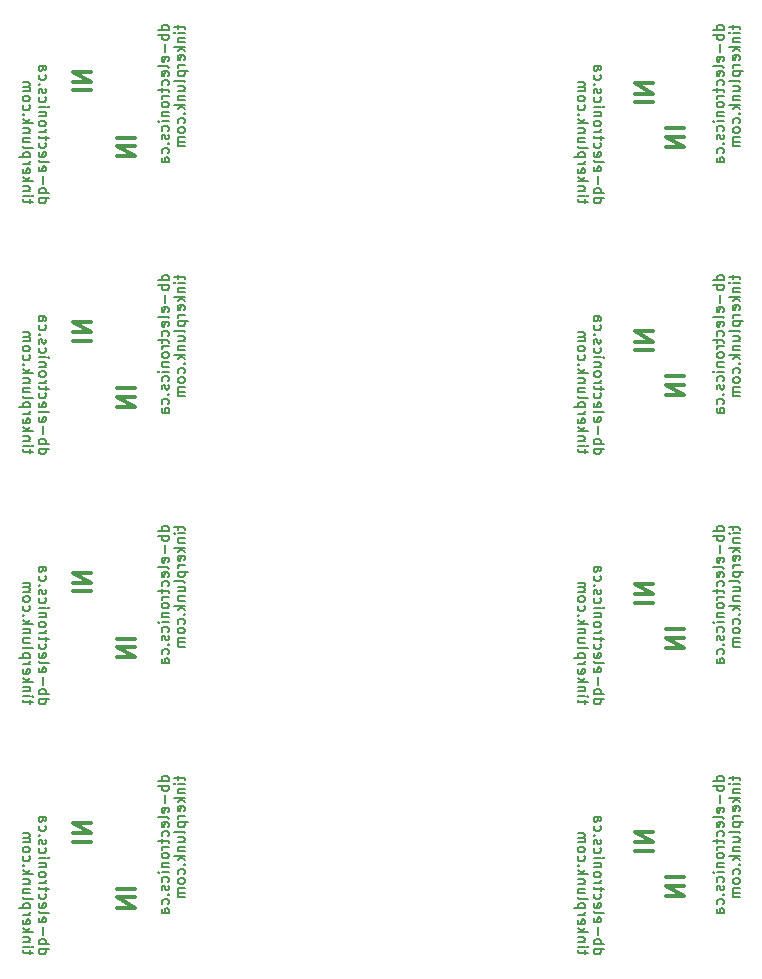
<source format=gbo>
G04 #@! TF.GenerationSoftware,KiCad,Pcbnew,(5.1.0)-1*
G04 #@! TF.CreationDate,2019-07-11T22:38:23-04:00*
G04 #@! TF.ProjectId,input_only,696e7075-745f-46f6-9e6c-792e6b696361,0.1*
G04 #@! TF.SameCoordinates,Original*
G04 #@! TF.FileFunction,Legend,Bot*
G04 #@! TF.FilePolarity,Positive*
%FSLAX46Y46*%
G04 Gerber Fmt 4.6, Leading zero omitted, Abs format (unit mm)*
G04 Created by KiCad (PCBNEW (5.1.0)-1) date 2019-07-11 22:38:23*
%MOMM*%
%LPD*%
G04 APERTURE LIST*
%ADD10C,0.203200*%
%ADD11C,0.300000*%
G04 APERTURE END LIST*
D10*
X95296000Y-137539333D02*
X95296000Y-137200666D01*
X95592333Y-137412333D02*
X94830333Y-137412333D01*
X94745666Y-137370000D01*
X94703333Y-137285333D01*
X94703333Y-137200666D01*
X94703333Y-136904333D02*
X95296000Y-136904333D01*
X95592333Y-136904333D02*
X95550000Y-136946666D01*
X95507666Y-136904333D01*
X95550000Y-136862000D01*
X95592333Y-136904333D01*
X95507666Y-136904333D01*
X95296000Y-136481000D02*
X94703333Y-136481000D01*
X95211333Y-136481000D02*
X95253666Y-136438666D01*
X95296000Y-136354000D01*
X95296000Y-136227000D01*
X95253666Y-136142333D01*
X95169000Y-136100000D01*
X94703333Y-136100000D01*
X94703333Y-135676666D02*
X95592333Y-135676666D01*
X95042000Y-135592000D02*
X94703333Y-135338000D01*
X95296000Y-135338000D02*
X94957333Y-135676666D01*
X94745666Y-134618333D02*
X94703333Y-134703000D01*
X94703333Y-134872333D01*
X94745666Y-134957000D01*
X94830333Y-134999333D01*
X95169000Y-134999333D01*
X95253666Y-134957000D01*
X95296000Y-134872333D01*
X95296000Y-134703000D01*
X95253666Y-134618333D01*
X95169000Y-134576000D01*
X95084333Y-134576000D01*
X94999666Y-134999333D01*
X94703333Y-134195000D02*
X95296000Y-134195000D01*
X95126666Y-134195000D02*
X95211333Y-134152666D01*
X95253666Y-134110333D01*
X95296000Y-134025666D01*
X95296000Y-133941000D01*
X95296000Y-133644666D02*
X94407000Y-133644666D01*
X95253666Y-133644666D02*
X95296000Y-133560000D01*
X95296000Y-133390666D01*
X95253666Y-133306000D01*
X95211333Y-133263666D01*
X95126666Y-133221333D01*
X94872666Y-133221333D01*
X94788000Y-133263666D01*
X94745666Y-133306000D01*
X94703333Y-133390666D01*
X94703333Y-133560000D01*
X94745666Y-133644666D01*
X94703333Y-132713333D02*
X94745666Y-132798000D01*
X94830333Y-132840333D01*
X95592333Y-132840333D01*
X95296000Y-131993666D02*
X94703333Y-131993666D01*
X95296000Y-132374666D02*
X94830333Y-132374666D01*
X94745666Y-132332333D01*
X94703333Y-132247666D01*
X94703333Y-132120666D01*
X94745666Y-132036000D01*
X94788000Y-131993666D01*
X95296000Y-131570333D02*
X94703333Y-131570333D01*
X95211333Y-131570333D02*
X95253666Y-131528000D01*
X95296000Y-131443333D01*
X95296000Y-131316333D01*
X95253666Y-131231666D01*
X95169000Y-131189333D01*
X94703333Y-131189333D01*
X94703333Y-130766000D02*
X95592333Y-130766000D01*
X95042000Y-130681333D02*
X94703333Y-130427333D01*
X95296000Y-130427333D02*
X94957333Y-130766000D01*
X94788000Y-130046333D02*
X94745666Y-130004000D01*
X94703333Y-130046333D01*
X94745666Y-130088666D01*
X94788000Y-130046333D01*
X94703333Y-130046333D01*
X94745666Y-129242000D02*
X94703333Y-129326666D01*
X94703333Y-129496000D01*
X94745666Y-129580666D01*
X94788000Y-129623000D01*
X94872666Y-129665333D01*
X95126666Y-129665333D01*
X95211333Y-129623000D01*
X95253666Y-129580666D01*
X95296000Y-129496000D01*
X95296000Y-129326666D01*
X95253666Y-129242000D01*
X94703333Y-128734000D02*
X94745666Y-128818666D01*
X94788000Y-128861000D01*
X94872666Y-128903333D01*
X95126666Y-128903333D01*
X95211333Y-128861000D01*
X95253666Y-128818666D01*
X95296000Y-128734000D01*
X95296000Y-128607000D01*
X95253666Y-128522333D01*
X95211333Y-128480000D01*
X95126666Y-128437666D01*
X94872666Y-128437666D01*
X94788000Y-128480000D01*
X94745666Y-128522333D01*
X94703333Y-128607000D01*
X94703333Y-128734000D01*
X94703333Y-128056666D02*
X95296000Y-128056666D01*
X95211333Y-128056666D02*
X95253666Y-128014333D01*
X95296000Y-127929666D01*
X95296000Y-127802666D01*
X95253666Y-127718000D01*
X95169000Y-127675666D01*
X94703333Y-127675666D01*
X95169000Y-127675666D02*
X95253666Y-127633333D01*
X95296000Y-127548666D01*
X95296000Y-127421666D01*
X95253666Y-127337000D01*
X95169000Y-127294666D01*
X94703333Y-127294666D01*
X107804000Y-101268666D02*
X107804000Y-101607333D01*
X107507666Y-101395666D02*
X108269666Y-101395666D01*
X108354333Y-101438000D01*
X108396666Y-101522666D01*
X108396666Y-101607333D01*
X108396666Y-101903666D02*
X107804000Y-101903666D01*
X107507666Y-101903666D02*
X107550000Y-101861333D01*
X107592333Y-101903666D01*
X107550000Y-101946000D01*
X107507666Y-101903666D01*
X107592333Y-101903666D01*
X107804000Y-102327000D02*
X108396666Y-102327000D01*
X107888666Y-102327000D02*
X107846333Y-102369333D01*
X107804000Y-102454000D01*
X107804000Y-102581000D01*
X107846333Y-102665666D01*
X107931000Y-102708000D01*
X108396666Y-102708000D01*
X108396666Y-103131333D02*
X107507666Y-103131333D01*
X108058000Y-103216000D02*
X108396666Y-103470000D01*
X107804000Y-103470000D02*
X108142666Y-103131333D01*
X108354333Y-104189666D02*
X108396666Y-104105000D01*
X108396666Y-103935666D01*
X108354333Y-103851000D01*
X108269666Y-103808666D01*
X107931000Y-103808666D01*
X107846333Y-103851000D01*
X107804000Y-103935666D01*
X107804000Y-104105000D01*
X107846333Y-104189666D01*
X107931000Y-104232000D01*
X108015666Y-104232000D01*
X108100333Y-103808666D01*
X108396666Y-104613000D02*
X107804000Y-104613000D01*
X107973333Y-104613000D02*
X107888666Y-104655333D01*
X107846333Y-104697666D01*
X107804000Y-104782333D01*
X107804000Y-104867000D01*
X107804000Y-105163333D02*
X108693000Y-105163333D01*
X107846333Y-105163333D02*
X107804000Y-105248000D01*
X107804000Y-105417333D01*
X107846333Y-105502000D01*
X107888666Y-105544333D01*
X107973333Y-105586666D01*
X108227333Y-105586666D01*
X108312000Y-105544333D01*
X108354333Y-105502000D01*
X108396666Y-105417333D01*
X108396666Y-105248000D01*
X108354333Y-105163333D01*
X108396666Y-106094666D02*
X108354333Y-106010000D01*
X108269666Y-105967666D01*
X107507666Y-105967666D01*
X107804000Y-106814333D02*
X108396666Y-106814333D01*
X107804000Y-106433333D02*
X108269666Y-106433333D01*
X108354333Y-106475666D01*
X108396666Y-106560333D01*
X108396666Y-106687333D01*
X108354333Y-106772000D01*
X108312000Y-106814333D01*
X107804000Y-107237666D02*
X108396666Y-107237666D01*
X107888666Y-107237666D02*
X107846333Y-107280000D01*
X107804000Y-107364666D01*
X107804000Y-107491666D01*
X107846333Y-107576333D01*
X107931000Y-107618666D01*
X108396666Y-107618666D01*
X108396666Y-108042000D02*
X107507666Y-108042000D01*
X108058000Y-108126666D02*
X108396666Y-108380666D01*
X107804000Y-108380666D02*
X108142666Y-108042000D01*
X108312000Y-108761666D02*
X108354333Y-108804000D01*
X108396666Y-108761666D01*
X108354333Y-108719333D01*
X108312000Y-108761666D01*
X108396666Y-108761666D01*
X108354333Y-109566000D02*
X108396666Y-109481333D01*
X108396666Y-109312000D01*
X108354333Y-109227333D01*
X108312000Y-109185000D01*
X108227333Y-109142666D01*
X107973333Y-109142666D01*
X107888666Y-109185000D01*
X107846333Y-109227333D01*
X107804000Y-109312000D01*
X107804000Y-109481333D01*
X107846333Y-109566000D01*
X108396666Y-110074000D02*
X108354333Y-109989333D01*
X108312000Y-109947000D01*
X108227333Y-109904666D01*
X107973333Y-109904666D01*
X107888666Y-109947000D01*
X107846333Y-109989333D01*
X107804000Y-110074000D01*
X107804000Y-110201000D01*
X107846333Y-110285666D01*
X107888666Y-110328000D01*
X107973333Y-110370333D01*
X108227333Y-110370333D01*
X108312000Y-110328000D01*
X108354333Y-110285666D01*
X108396666Y-110201000D01*
X108396666Y-110074000D01*
X108396666Y-110751333D02*
X107804000Y-110751333D01*
X107888666Y-110751333D02*
X107846333Y-110793666D01*
X107804000Y-110878333D01*
X107804000Y-111005333D01*
X107846333Y-111090000D01*
X107931000Y-111132333D01*
X108396666Y-111132333D01*
X107931000Y-111132333D02*
X107846333Y-111174666D01*
X107804000Y-111259333D01*
X107804000Y-111386333D01*
X107846333Y-111471000D01*
X107931000Y-111513333D01*
X108396666Y-111513333D01*
D11*
X98935428Y-127995714D02*
X100435428Y-127995714D01*
X98935428Y-127281428D02*
X100435428Y-127281428D01*
X98935428Y-126424285D01*
X100435428Y-126424285D01*
D10*
X96036833Y-137137166D02*
X96925833Y-137137166D01*
X96079166Y-137137166D02*
X96036833Y-137221833D01*
X96036833Y-137391166D01*
X96079166Y-137475833D01*
X96121500Y-137518166D01*
X96206166Y-137560500D01*
X96460166Y-137560500D01*
X96544833Y-137518166D01*
X96587166Y-137475833D01*
X96629500Y-137391166D01*
X96629500Y-137221833D01*
X96587166Y-137137166D01*
X96036833Y-136713833D02*
X96925833Y-136713833D01*
X96587166Y-136713833D02*
X96629500Y-136629166D01*
X96629500Y-136459833D01*
X96587166Y-136375166D01*
X96544833Y-136332833D01*
X96460166Y-136290500D01*
X96206166Y-136290500D01*
X96121500Y-136332833D01*
X96079166Y-136375166D01*
X96036833Y-136459833D01*
X96036833Y-136629166D01*
X96079166Y-136713833D01*
X96375500Y-135909500D02*
X96375500Y-135232166D01*
X96079166Y-134470166D02*
X96036833Y-134554833D01*
X96036833Y-134724166D01*
X96079166Y-134808833D01*
X96163833Y-134851166D01*
X96502500Y-134851166D01*
X96587166Y-134808833D01*
X96629500Y-134724166D01*
X96629500Y-134554833D01*
X96587166Y-134470166D01*
X96502500Y-134427833D01*
X96417833Y-134427833D01*
X96333166Y-134851166D01*
X96036833Y-133919833D02*
X96079166Y-134004500D01*
X96163833Y-134046833D01*
X96925833Y-134046833D01*
X96079166Y-133242500D02*
X96036833Y-133327166D01*
X96036833Y-133496500D01*
X96079166Y-133581166D01*
X96163833Y-133623500D01*
X96502500Y-133623500D01*
X96587166Y-133581166D01*
X96629500Y-133496500D01*
X96629500Y-133327166D01*
X96587166Y-133242500D01*
X96502500Y-133200166D01*
X96417833Y-133200166D01*
X96333166Y-133623500D01*
X96079166Y-132438166D02*
X96036833Y-132522833D01*
X96036833Y-132692166D01*
X96079166Y-132776833D01*
X96121500Y-132819166D01*
X96206166Y-132861500D01*
X96460166Y-132861500D01*
X96544833Y-132819166D01*
X96587166Y-132776833D01*
X96629500Y-132692166D01*
X96629500Y-132522833D01*
X96587166Y-132438166D01*
X96629500Y-132184166D02*
X96629500Y-131845500D01*
X96925833Y-132057166D02*
X96163833Y-132057166D01*
X96079166Y-132014833D01*
X96036833Y-131930166D01*
X96036833Y-131845500D01*
X96036833Y-131549166D02*
X96629500Y-131549166D01*
X96460166Y-131549166D02*
X96544833Y-131506833D01*
X96587166Y-131464500D01*
X96629500Y-131379833D01*
X96629500Y-131295166D01*
X96036833Y-130871833D02*
X96079166Y-130956500D01*
X96121500Y-130998833D01*
X96206166Y-131041166D01*
X96460166Y-131041166D01*
X96544833Y-130998833D01*
X96587166Y-130956500D01*
X96629500Y-130871833D01*
X96629500Y-130744833D01*
X96587166Y-130660166D01*
X96544833Y-130617833D01*
X96460166Y-130575500D01*
X96206166Y-130575500D01*
X96121500Y-130617833D01*
X96079166Y-130660166D01*
X96036833Y-130744833D01*
X96036833Y-130871833D01*
X96629500Y-130194500D02*
X96036833Y-130194500D01*
X96544833Y-130194500D02*
X96587166Y-130152166D01*
X96629500Y-130067500D01*
X96629500Y-129940500D01*
X96587166Y-129855833D01*
X96502500Y-129813500D01*
X96036833Y-129813500D01*
X96036833Y-129390166D02*
X96629500Y-129390166D01*
X96925833Y-129390166D02*
X96883500Y-129432500D01*
X96841166Y-129390166D01*
X96883500Y-129347833D01*
X96925833Y-129390166D01*
X96841166Y-129390166D01*
X96079166Y-128585833D02*
X96036833Y-128670500D01*
X96036833Y-128839833D01*
X96079166Y-128924500D01*
X96121500Y-128966833D01*
X96206166Y-129009166D01*
X96460166Y-129009166D01*
X96544833Y-128966833D01*
X96587166Y-128924500D01*
X96629500Y-128839833D01*
X96629500Y-128670500D01*
X96587166Y-128585833D01*
X96079166Y-128247166D02*
X96036833Y-128162500D01*
X96036833Y-127993166D01*
X96079166Y-127908500D01*
X96163833Y-127866166D01*
X96206166Y-127866166D01*
X96290833Y-127908500D01*
X96333166Y-127993166D01*
X96333166Y-128120166D01*
X96375500Y-128204833D01*
X96460166Y-128247166D01*
X96502500Y-128247166D01*
X96587166Y-128204833D01*
X96629500Y-128120166D01*
X96629500Y-127993166D01*
X96587166Y-127908500D01*
X96121500Y-127485166D02*
X96079166Y-127442833D01*
X96036833Y-127485166D01*
X96079166Y-127527500D01*
X96121500Y-127485166D01*
X96036833Y-127485166D01*
X96079166Y-126680833D02*
X96036833Y-126765500D01*
X96036833Y-126934833D01*
X96079166Y-127019500D01*
X96121500Y-127061833D01*
X96206166Y-127104166D01*
X96460166Y-127104166D01*
X96544833Y-127061833D01*
X96587166Y-127019500D01*
X96629500Y-126934833D01*
X96629500Y-126765500D01*
X96587166Y-126680833D01*
X96036833Y-125918833D02*
X96502500Y-125918833D01*
X96587166Y-125961166D01*
X96629500Y-126045833D01*
X96629500Y-126215166D01*
X96587166Y-126299833D01*
X96079166Y-125918833D02*
X96036833Y-126003500D01*
X96036833Y-126215166D01*
X96079166Y-126299833D01*
X96163833Y-126342166D01*
X96248500Y-126342166D01*
X96333166Y-126299833D01*
X96375500Y-126215166D01*
X96375500Y-126003500D01*
X96417833Y-125918833D01*
D11*
X104164571Y-110812285D02*
X102664571Y-110812285D01*
X104164571Y-111526571D02*
X102664571Y-111526571D01*
X104164571Y-112383714D01*
X102664571Y-112383714D01*
X98935428Y-106795714D02*
X100435428Y-106795714D01*
X98935428Y-106081428D02*
X100435428Y-106081428D01*
X98935428Y-105224285D01*
X100435428Y-105224285D01*
D10*
X107063166Y-122870833D02*
X106174166Y-122870833D01*
X107020833Y-122870833D02*
X107063166Y-122786166D01*
X107063166Y-122616833D01*
X107020833Y-122532166D01*
X106978500Y-122489833D01*
X106893833Y-122447500D01*
X106639833Y-122447500D01*
X106555166Y-122489833D01*
X106512833Y-122532166D01*
X106470500Y-122616833D01*
X106470500Y-122786166D01*
X106512833Y-122870833D01*
X107063166Y-123294166D02*
X106174166Y-123294166D01*
X106512833Y-123294166D02*
X106470500Y-123378833D01*
X106470500Y-123548166D01*
X106512833Y-123632833D01*
X106555166Y-123675166D01*
X106639833Y-123717500D01*
X106893833Y-123717500D01*
X106978500Y-123675166D01*
X107020833Y-123632833D01*
X107063166Y-123548166D01*
X107063166Y-123378833D01*
X107020833Y-123294166D01*
X106724500Y-124098500D02*
X106724500Y-124775833D01*
X107020833Y-125537833D02*
X107063166Y-125453166D01*
X107063166Y-125283833D01*
X107020833Y-125199166D01*
X106936166Y-125156833D01*
X106597500Y-125156833D01*
X106512833Y-125199166D01*
X106470500Y-125283833D01*
X106470500Y-125453166D01*
X106512833Y-125537833D01*
X106597500Y-125580166D01*
X106682166Y-125580166D01*
X106766833Y-125156833D01*
X107063166Y-126088166D02*
X107020833Y-126003500D01*
X106936166Y-125961166D01*
X106174166Y-125961166D01*
X107020833Y-126765500D02*
X107063166Y-126680833D01*
X107063166Y-126511500D01*
X107020833Y-126426833D01*
X106936166Y-126384500D01*
X106597500Y-126384500D01*
X106512833Y-126426833D01*
X106470500Y-126511500D01*
X106470500Y-126680833D01*
X106512833Y-126765500D01*
X106597500Y-126807833D01*
X106682166Y-126807833D01*
X106766833Y-126384500D01*
X107020833Y-127569833D02*
X107063166Y-127485166D01*
X107063166Y-127315833D01*
X107020833Y-127231166D01*
X106978500Y-127188833D01*
X106893833Y-127146500D01*
X106639833Y-127146500D01*
X106555166Y-127188833D01*
X106512833Y-127231166D01*
X106470500Y-127315833D01*
X106470500Y-127485166D01*
X106512833Y-127569833D01*
X106470500Y-127823833D02*
X106470500Y-128162500D01*
X106174166Y-127950833D02*
X106936166Y-127950833D01*
X107020833Y-127993166D01*
X107063166Y-128077833D01*
X107063166Y-128162500D01*
X107063166Y-128458833D02*
X106470500Y-128458833D01*
X106639833Y-128458833D02*
X106555166Y-128501166D01*
X106512833Y-128543500D01*
X106470500Y-128628166D01*
X106470500Y-128712833D01*
X107063166Y-129136166D02*
X107020833Y-129051500D01*
X106978500Y-129009166D01*
X106893833Y-128966833D01*
X106639833Y-128966833D01*
X106555166Y-129009166D01*
X106512833Y-129051500D01*
X106470500Y-129136166D01*
X106470500Y-129263166D01*
X106512833Y-129347833D01*
X106555166Y-129390166D01*
X106639833Y-129432500D01*
X106893833Y-129432500D01*
X106978500Y-129390166D01*
X107020833Y-129347833D01*
X107063166Y-129263166D01*
X107063166Y-129136166D01*
X106470500Y-129813500D02*
X107063166Y-129813500D01*
X106555166Y-129813500D02*
X106512833Y-129855833D01*
X106470500Y-129940500D01*
X106470500Y-130067500D01*
X106512833Y-130152166D01*
X106597500Y-130194500D01*
X107063166Y-130194500D01*
X107063166Y-130617833D02*
X106470500Y-130617833D01*
X106174166Y-130617833D02*
X106216500Y-130575500D01*
X106258833Y-130617833D01*
X106216500Y-130660166D01*
X106174166Y-130617833D01*
X106258833Y-130617833D01*
X107020833Y-131422166D02*
X107063166Y-131337500D01*
X107063166Y-131168166D01*
X107020833Y-131083500D01*
X106978500Y-131041166D01*
X106893833Y-130998833D01*
X106639833Y-130998833D01*
X106555166Y-131041166D01*
X106512833Y-131083500D01*
X106470500Y-131168166D01*
X106470500Y-131337500D01*
X106512833Y-131422166D01*
X107020833Y-131760833D02*
X107063166Y-131845500D01*
X107063166Y-132014833D01*
X107020833Y-132099500D01*
X106936166Y-132141833D01*
X106893833Y-132141833D01*
X106809166Y-132099500D01*
X106766833Y-132014833D01*
X106766833Y-131887833D01*
X106724500Y-131803166D01*
X106639833Y-131760833D01*
X106597500Y-131760833D01*
X106512833Y-131803166D01*
X106470500Y-131887833D01*
X106470500Y-132014833D01*
X106512833Y-132099500D01*
X106978500Y-132522833D02*
X107020833Y-132565166D01*
X107063166Y-132522833D01*
X107020833Y-132480500D01*
X106978500Y-132522833D01*
X107063166Y-132522833D01*
X107020833Y-133327166D02*
X107063166Y-133242500D01*
X107063166Y-133073166D01*
X107020833Y-132988500D01*
X106978500Y-132946166D01*
X106893833Y-132903833D01*
X106639833Y-132903833D01*
X106555166Y-132946166D01*
X106512833Y-132988500D01*
X106470500Y-133073166D01*
X106470500Y-133242500D01*
X106512833Y-133327166D01*
X107063166Y-134089166D02*
X106597500Y-134089166D01*
X106512833Y-134046833D01*
X106470500Y-133962166D01*
X106470500Y-133792833D01*
X106512833Y-133708166D01*
X107020833Y-134089166D02*
X107063166Y-134004500D01*
X107063166Y-133792833D01*
X107020833Y-133708166D01*
X106936166Y-133665833D01*
X106851500Y-133665833D01*
X106766833Y-133708166D01*
X106724500Y-133792833D01*
X106724500Y-134004500D01*
X106682166Y-134089166D01*
X107804000Y-122468666D02*
X107804000Y-122807333D01*
X107507666Y-122595666D02*
X108269666Y-122595666D01*
X108354333Y-122638000D01*
X108396666Y-122722666D01*
X108396666Y-122807333D01*
X108396666Y-123103666D02*
X107804000Y-123103666D01*
X107507666Y-123103666D02*
X107550000Y-123061333D01*
X107592333Y-123103666D01*
X107550000Y-123146000D01*
X107507666Y-123103666D01*
X107592333Y-123103666D01*
X107804000Y-123527000D02*
X108396666Y-123527000D01*
X107888666Y-123527000D02*
X107846333Y-123569333D01*
X107804000Y-123654000D01*
X107804000Y-123781000D01*
X107846333Y-123865666D01*
X107931000Y-123908000D01*
X108396666Y-123908000D01*
X108396666Y-124331333D02*
X107507666Y-124331333D01*
X108058000Y-124416000D02*
X108396666Y-124670000D01*
X107804000Y-124670000D02*
X108142666Y-124331333D01*
X108354333Y-125389666D02*
X108396666Y-125305000D01*
X108396666Y-125135666D01*
X108354333Y-125051000D01*
X108269666Y-125008666D01*
X107931000Y-125008666D01*
X107846333Y-125051000D01*
X107804000Y-125135666D01*
X107804000Y-125305000D01*
X107846333Y-125389666D01*
X107931000Y-125432000D01*
X108015666Y-125432000D01*
X108100333Y-125008666D01*
X108396666Y-125813000D02*
X107804000Y-125813000D01*
X107973333Y-125813000D02*
X107888666Y-125855333D01*
X107846333Y-125897666D01*
X107804000Y-125982333D01*
X107804000Y-126067000D01*
X107804000Y-126363333D02*
X108693000Y-126363333D01*
X107846333Y-126363333D02*
X107804000Y-126448000D01*
X107804000Y-126617333D01*
X107846333Y-126702000D01*
X107888666Y-126744333D01*
X107973333Y-126786666D01*
X108227333Y-126786666D01*
X108312000Y-126744333D01*
X108354333Y-126702000D01*
X108396666Y-126617333D01*
X108396666Y-126448000D01*
X108354333Y-126363333D01*
X108396666Y-127294666D02*
X108354333Y-127210000D01*
X108269666Y-127167666D01*
X107507666Y-127167666D01*
X107804000Y-128014333D02*
X108396666Y-128014333D01*
X107804000Y-127633333D02*
X108269666Y-127633333D01*
X108354333Y-127675666D01*
X108396666Y-127760333D01*
X108396666Y-127887333D01*
X108354333Y-127972000D01*
X108312000Y-128014333D01*
X107804000Y-128437666D02*
X108396666Y-128437666D01*
X107888666Y-128437666D02*
X107846333Y-128480000D01*
X107804000Y-128564666D01*
X107804000Y-128691666D01*
X107846333Y-128776333D01*
X107931000Y-128818666D01*
X108396666Y-128818666D01*
X108396666Y-129242000D02*
X107507666Y-129242000D01*
X108058000Y-129326666D02*
X108396666Y-129580666D01*
X107804000Y-129580666D02*
X108142666Y-129242000D01*
X108312000Y-129961666D02*
X108354333Y-130004000D01*
X108396666Y-129961666D01*
X108354333Y-129919333D01*
X108312000Y-129961666D01*
X108396666Y-129961666D01*
X108354333Y-130766000D02*
X108396666Y-130681333D01*
X108396666Y-130512000D01*
X108354333Y-130427333D01*
X108312000Y-130385000D01*
X108227333Y-130342666D01*
X107973333Y-130342666D01*
X107888666Y-130385000D01*
X107846333Y-130427333D01*
X107804000Y-130512000D01*
X107804000Y-130681333D01*
X107846333Y-130766000D01*
X108396666Y-131274000D02*
X108354333Y-131189333D01*
X108312000Y-131147000D01*
X108227333Y-131104666D01*
X107973333Y-131104666D01*
X107888666Y-131147000D01*
X107846333Y-131189333D01*
X107804000Y-131274000D01*
X107804000Y-131401000D01*
X107846333Y-131485666D01*
X107888666Y-131528000D01*
X107973333Y-131570333D01*
X108227333Y-131570333D01*
X108312000Y-131528000D01*
X108354333Y-131485666D01*
X108396666Y-131401000D01*
X108396666Y-131274000D01*
X108396666Y-131951333D02*
X107804000Y-131951333D01*
X107888666Y-131951333D02*
X107846333Y-131993666D01*
X107804000Y-132078333D01*
X107804000Y-132205333D01*
X107846333Y-132290000D01*
X107931000Y-132332333D01*
X108396666Y-132332333D01*
X107931000Y-132332333D02*
X107846333Y-132374666D01*
X107804000Y-132459333D01*
X107804000Y-132586333D01*
X107846333Y-132671000D01*
X107931000Y-132713333D01*
X108396666Y-132713333D01*
X107063166Y-101670833D02*
X106174166Y-101670833D01*
X107020833Y-101670833D02*
X107063166Y-101586166D01*
X107063166Y-101416833D01*
X107020833Y-101332166D01*
X106978500Y-101289833D01*
X106893833Y-101247500D01*
X106639833Y-101247500D01*
X106555166Y-101289833D01*
X106512833Y-101332166D01*
X106470500Y-101416833D01*
X106470500Y-101586166D01*
X106512833Y-101670833D01*
X107063166Y-102094166D02*
X106174166Y-102094166D01*
X106512833Y-102094166D02*
X106470500Y-102178833D01*
X106470500Y-102348166D01*
X106512833Y-102432833D01*
X106555166Y-102475166D01*
X106639833Y-102517500D01*
X106893833Y-102517500D01*
X106978500Y-102475166D01*
X107020833Y-102432833D01*
X107063166Y-102348166D01*
X107063166Y-102178833D01*
X107020833Y-102094166D01*
X106724500Y-102898500D02*
X106724500Y-103575833D01*
X107020833Y-104337833D02*
X107063166Y-104253166D01*
X107063166Y-104083833D01*
X107020833Y-103999166D01*
X106936166Y-103956833D01*
X106597500Y-103956833D01*
X106512833Y-103999166D01*
X106470500Y-104083833D01*
X106470500Y-104253166D01*
X106512833Y-104337833D01*
X106597500Y-104380166D01*
X106682166Y-104380166D01*
X106766833Y-103956833D01*
X107063166Y-104888166D02*
X107020833Y-104803500D01*
X106936166Y-104761166D01*
X106174166Y-104761166D01*
X107020833Y-105565500D02*
X107063166Y-105480833D01*
X107063166Y-105311500D01*
X107020833Y-105226833D01*
X106936166Y-105184500D01*
X106597500Y-105184500D01*
X106512833Y-105226833D01*
X106470500Y-105311500D01*
X106470500Y-105480833D01*
X106512833Y-105565500D01*
X106597500Y-105607833D01*
X106682166Y-105607833D01*
X106766833Y-105184500D01*
X107020833Y-106369833D02*
X107063166Y-106285166D01*
X107063166Y-106115833D01*
X107020833Y-106031166D01*
X106978500Y-105988833D01*
X106893833Y-105946500D01*
X106639833Y-105946500D01*
X106555166Y-105988833D01*
X106512833Y-106031166D01*
X106470500Y-106115833D01*
X106470500Y-106285166D01*
X106512833Y-106369833D01*
X106470500Y-106623833D02*
X106470500Y-106962500D01*
X106174166Y-106750833D02*
X106936166Y-106750833D01*
X107020833Y-106793166D01*
X107063166Y-106877833D01*
X107063166Y-106962500D01*
X107063166Y-107258833D02*
X106470500Y-107258833D01*
X106639833Y-107258833D02*
X106555166Y-107301166D01*
X106512833Y-107343500D01*
X106470500Y-107428166D01*
X106470500Y-107512833D01*
X107063166Y-107936166D02*
X107020833Y-107851500D01*
X106978500Y-107809166D01*
X106893833Y-107766833D01*
X106639833Y-107766833D01*
X106555166Y-107809166D01*
X106512833Y-107851500D01*
X106470500Y-107936166D01*
X106470500Y-108063166D01*
X106512833Y-108147833D01*
X106555166Y-108190166D01*
X106639833Y-108232500D01*
X106893833Y-108232500D01*
X106978500Y-108190166D01*
X107020833Y-108147833D01*
X107063166Y-108063166D01*
X107063166Y-107936166D01*
X106470500Y-108613500D02*
X107063166Y-108613500D01*
X106555166Y-108613500D02*
X106512833Y-108655833D01*
X106470500Y-108740500D01*
X106470500Y-108867500D01*
X106512833Y-108952166D01*
X106597500Y-108994500D01*
X107063166Y-108994500D01*
X107063166Y-109417833D02*
X106470500Y-109417833D01*
X106174166Y-109417833D02*
X106216500Y-109375500D01*
X106258833Y-109417833D01*
X106216500Y-109460166D01*
X106174166Y-109417833D01*
X106258833Y-109417833D01*
X107020833Y-110222166D02*
X107063166Y-110137500D01*
X107063166Y-109968166D01*
X107020833Y-109883500D01*
X106978500Y-109841166D01*
X106893833Y-109798833D01*
X106639833Y-109798833D01*
X106555166Y-109841166D01*
X106512833Y-109883500D01*
X106470500Y-109968166D01*
X106470500Y-110137500D01*
X106512833Y-110222166D01*
X107020833Y-110560833D02*
X107063166Y-110645500D01*
X107063166Y-110814833D01*
X107020833Y-110899500D01*
X106936166Y-110941833D01*
X106893833Y-110941833D01*
X106809166Y-110899500D01*
X106766833Y-110814833D01*
X106766833Y-110687833D01*
X106724500Y-110603166D01*
X106639833Y-110560833D01*
X106597500Y-110560833D01*
X106512833Y-110603166D01*
X106470500Y-110687833D01*
X106470500Y-110814833D01*
X106512833Y-110899500D01*
X106978500Y-111322833D02*
X107020833Y-111365166D01*
X107063166Y-111322833D01*
X107020833Y-111280500D01*
X106978500Y-111322833D01*
X107063166Y-111322833D01*
X107020833Y-112127166D02*
X107063166Y-112042500D01*
X107063166Y-111873166D01*
X107020833Y-111788500D01*
X106978500Y-111746166D01*
X106893833Y-111703833D01*
X106639833Y-111703833D01*
X106555166Y-111746166D01*
X106512833Y-111788500D01*
X106470500Y-111873166D01*
X106470500Y-112042500D01*
X106512833Y-112127166D01*
X107063166Y-112889166D02*
X106597500Y-112889166D01*
X106512833Y-112846833D01*
X106470500Y-112762166D01*
X106470500Y-112592833D01*
X106512833Y-112508166D01*
X107020833Y-112889166D02*
X107063166Y-112804500D01*
X107063166Y-112592833D01*
X107020833Y-112508166D01*
X106936166Y-112465833D01*
X106851500Y-112465833D01*
X106766833Y-112508166D01*
X106724500Y-112592833D01*
X106724500Y-112804500D01*
X106682166Y-112889166D01*
X96036833Y-115937166D02*
X96925833Y-115937166D01*
X96079166Y-115937166D02*
X96036833Y-116021833D01*
X96036833Y-116191166D01*
X96079166Y-116275833D01*
X96121500Y-116318166D01*
X96206166Y-116360500D01*
X96460166Y-116360500D01*
X96544833Y-116318166D01*
X96587166Y-116275833D01*
X96629500Y-116191166D01*
X96629500Y-116021833D01*
X96587166Y-115937166D01*
X96036833Y-115513833D02*
X96925833Y-115513833D01*
X96587166Y-115513833D02*
X96629500Y-115429166D01*
X96629500Y-115259833D01*
X96587166Y-115175166D01*
X96544833Y-115132833D01*
X96460166Y-115090500D01*
X96206166Y-115090500D01*
X96121500Y-115132833D01*
X96079166Y-115175166D01*
X96036833Y-115259833D01*
X96036833Y-115429166D01*
X96079166Y-115513833D01*
X96375500Y-114709500D02*
X96375500Y-114032166D01*
X96079166Y-113270166D02*
X96036833Y-113354833D01*
X96036833Y-113524166D01*
X96079166Y-113608833D01*
X96163833Y-113651166D01*
X96502500Y-113651166D01*
X96587166Y-113608833D01*
X96629500Y-113524166D01*
X96629500Y-113354833D01*
X96587166Y-113270166D01*
X96502500Y-113227833D01*
X96417833Y-113227833D01*
X96333166Y-113651166D01*
X96036833Y-112719833D02*
X96079166Y-112804500D01*
X96163833Y-112846833D01*
X96925833Y-112846833D01*
X96079166Y-112042500D02*
X96036833Y-112127166D01*
X96036833Y-112296500D01*
X96079166Y-112381166D01*
X96163833Y-112423500D01*
X96502500Y-112423500D01*
X96587166Y-112381166D01*
X96629500Y-112296500D01*
X96629500Y-112127166D01*
X96587166Y-112042500D01*
X96502500Y-112000166D01*
X96417833Y-112000166D01*
X96333166Y-112423500D01*
X96079166Y-111238166D02*
X96036833Y-111322833D01*
X96036833Y-111492166D01*
X96079166Y-111576833D01*
X96121500Y-111619166D01*
X96206166Y-111661500D01*
X96460166Y-111661500D01*
X96544833Y-111619166D01*
X96587166Y-111576833D01*
X96629500Y-111492166D01*
X96629500Y-111322833D01*
X96587166Y-111238166D01*
X96629500Y-110984166D02*
X96629500Y-110645500D01*
X96925833Y-110857166D02*
X96163833Y-110857166D01*
X96079166Y-110814833D01*
X96036833Y-110730166D01*
X96036833Y-110645500D01*
X96036833Y-110349166D02*
X96629500Y-110349166D01*
X96460166Y-110349166D02*
X96544833Y-110306833D01*
X96587166Y-110264500D01*
X96629500Y-110179833D01*
X96629500Y-110095166D01*
X96036833Y-109671833D02*
X96079166Y-109756500D01*
X96121500Y-109798833D01*
X96206166Y-109841166D01*
X96460166Y-109841166D01*
X96544833Y-109798833D01*
X96587166Y-109756500D01*
X96629500Y-109671833D01*
X96629500Y-109544833D01*
X96587166Y-109460166D01*
X96544833Y-109417833D01*
X96460166Y-109375500D01*
X96206166Y-109375500D01*
X96121500Y-109417833D01*
X96079166Y-109460166D01*
X96036833Y-109544833D01*
X96036833Y-109671833D01*
X96629500Y-108994500D02*
X96036833Y-108994500D01*
X96544833Y-108994500D02*
X96587166Y-108952166D01*
X96629500Y-108867500D01*
X96629500Y-108740500D01*
X96587166Y-108655833D01*
X96502500Y-108613500D01*
X96036833Y-108613500D01*
X96036833Y-108190166D02*
X96629500Y-108190166D01*
X96925833Y-108190166D02*
X96883500Y-108232500D01*
X96841166Y-108190166D01*
X96883500Y-108147833D01*
X96925833Y-108190166D01*
X96841166Y-108190166D01*
X96079166Y-107385833D02*
X96036833Y-107470500D01*
X96036833Y-107639833D01*
X96079166Y-107724500D01*
X96121500Y-107766833D01*
X96206166Y-107809166D01*
X96460166Y-107809166D01*
X96544833Y-107766833D01*
X96587166Y-107724500D01*
X96629500Y-107639833D01*
X96629500Y-107470500D01*
X96587166Y-107385833D01*
X96079166Y-107047166D02*
X96036833Y-106962500D01*
X96036833Y-106793166D01*
X96079166Y-106708500D01*
X96163833Y-106666166D01*
X96206166Y-106666166D01*
X96290833Y-106708500D01*
X96333166Y-106793166D01*
X96333166Y-106920166D01*
X96375500Y-107004833D01*
X96460166Y-107047166D01*
X96502500Y-107047166D01*
X96587166Y-107004833D01*
X96629500Y-106920166D01*
X96629500Y-106793166D01*
X96587166Y-106708500D01*
X96121500Y-106285166D02*
X96079166Y-106242833D01*
X96036833Y-106285166D01*
X96079166Y-106327500D01*
X96121500Y-106285166D01*
X96036833Y-106285166D01*
X96079166Y-105480833D02*
X96036833Y-105565500D01*
X96036833Y-105734833D01*
X96079166Y-105819500D01*
X96121500Y-105861833D01*
X96206166Y-105904166D01*
X96460166Y-105904166D01*
X96544833Y-105861833D01*
X96587166Y-105819500D01*
X96629500Y-105734833D01*
X96629500Y-105565500D01*
X96587166Y-105480833D01*
X96036833Y-104718833D02*
X96502500Y-104718833D01*
X96587166Y-104761166D01*
X96629500Y-104845833D01*
X96629500Y-105015166D01*
X96587166Y-105099833D01*
X96079166Y-104718833D02*
X96036833Y-104803500D01*
X96036833Y-105015166D01*
X96079166Y-105099833D01*
X96163833Y-105142166D01*
X96248500Y-105142166D01*
X96333166Y-105099833D01*
X96375500Y-105015166D01*
X96375500Y-104803500D01*
X96417833Y-104718833D01*
X95296000Y-116339333D02*
X95296000Y-116000666D01*
X95592333Y-116212333D02*
X94830333Y-116212333D01*
X94745666Y-116170000D01*
X94703333Y-116085333D01*
X94703333Y-116000666D01*
X94703333Y-115704333D02*
X95296000Y-115704333D01*
X95592333Y-115704333D02*
X95550000Y-115746666D01*
X95507666Y-115704333D01*
X95550000Y-115662000D01*
X95592333Y-115704333D01*
X95507666Y-115704333D01*
X95296000Y-115281000D02*
X94703333Y-115281000D01*
X95211333Y-115281000D02*
X95253666Y-115238666D01*
X95296000Y-115154000D01*
X95296000Y-115027000D01*
X95253666Y-114942333D01*
X95169000Y-114900000D01*
X94703333Y-114900000D01*
X94703333Y-114476666D02*
X95592333Y-114476666D01*
X95042000Y-114392000D02*
X94703333Y-114138000D01*
X95296000Y-114138000D02*
X94957333Y-114476666D01*
X94745666Y-113418333D02*
X94703333Y-113503000D01*
X94703333Y-113672333D01*
X94745666Y-113757000D01*
X94830333Y-113799333D01*
X95169000Y-113799333D01*
X95253666Y-113757000D01*
X95296000Y-113672333D01*
X95296000Y-113503000D01*
X95253666Y-113418333D01*
X95169000Y-113376000D01*
X95084333Y-113376000D01*
X94999666Y-113799333D01*
X94703333Y-112995000D02*
X95296000Y-112995000D01*
X95126666Y-112995000D02*
X95211333Y-112952666D01*
X95253666Y-112910333D01*
X95296000Y-112825666D01*
X95296000Y-112741000D01*
X95296000Y-112444666D02*
X94407000Y-112444666D01*
X95253666Y-112444666D02*
X95296000Y-112360000D01*
X95296000Y-112190666D01*
X95253666Y-112106000D01*
X95211333Y-112063666D01*
X95126666Y-112021333D01*
X94872666Y-112021333D01*
X94788000Y-112063666D01*
X94745666Y-112106000D01*
X94703333Y-112190666D01*
X94703333Y-112360000D01*
X94745666Y-112444666D01*
X94703333Y-111513333D02*
X94745666Y-111598000D01*
X94830333Y-111640333D01*
X95592333Y-111640333D01*
X95296000Y-110793666D02*
X94703333Y-110793666D01*
X95296000Y-111174666D02*
X94830333Y-111174666D01*
X94745666Y-111132333D01*
X94703333Y-111047666D01*
X94703333Y-110920666D01*
X94745666Y-110836000D01*
X94788000Y-110793666D01*
X95296000Y-110370333D02*
X94703333Y-110370333D01*
X95211333Y-110370333D02*
X95253666Y-110328000D01*
X95296000Y-110243333D01*
X95296000Y-110116333D01*
X95253666Y-110031666D01*
X95169000Y-109989333D01*
X94703333Y-109989333D01*
X94703333Y-109566000D02*
X95592333Y-109566000D01*
X95042000Y-109481333D02*
X94703333Y-109227333D01*
X95296000Y-109227333D02*
X94957333Y-109566000D01*
X94788000Y-108846333D02*
X94745666Y-108804000D01*
X94703333Y-108846333D01*
X94745666Y-108888666D01*
X94788000Y-108846333D01*
X94703333Y-108846333D01*
X94745666Y-108042000D02*
X94703333Y-108126666D01*
X94703333Y-108296000D01*
X94745666Y-108380666D01*
X94788000Y-108423000D01*
X94872666Y-108465333D01*
X95126666Y-108465333D01*
X95211333Y-108423000D01*
X95253666Y-108380666D01*
X95296000Y-108296000D01*
X95296000Y-108126666D01*
X95253666Y-108042000D01*
X94703333Y-107534000D02*
X94745666Y-107618666D01*
X94788000Y-107661000D01*
X94872666Y-107703333D01*
X95126666Y-107703333D01*
X95211333Y-107661000D01*
X95253666Y-107618666D01*
X95296000Y-107534000D01*
X95296000Y-107407000D01*
X95253666Y-107322333D01*
X95211333Y-107280000D01*
X95126666Y-107237666D01*
X94872666Y-107237666D01*
X94788000Y-107280000D01*
X94745666Y-107322333D01*
X94703333Y-107407000D01*
X94703333Y-107534000D01*
X94703333Y-106856666D02*
X95296000Y-106856666D01*
X95211333Y-106856666D02*
X95253666Y-106814333D01*
X95296000Y-106729666D01*
X95296000Y-106602666D01*
X95253666Y-106518000D01*
X95169000Y-106475666D01*
X94703333Y-106475666D01*
X95169000Y-106475666D02*
X95253666Y-106433333D01*
X95296000Y-106348666D01*
X95296000Y-106221666D01*
X95253666Y-106137000D01*
X95169000Y-106094666D01*
X94703333Y-106094666D01*
D11*
X104164571Y-132012285D02*
X102664571Y-132012285D01*
X104164571Y-132726571D02*
X102664571Y-132726571D01*
X104164571Y-133583714D01*
X102664571Y-133583714D01*
D10*
X154063166Y-101670833D02*
X153174166Y-101670833D01*
X154020833Y-101670833D02*
X154063166Y-101586166D01*
X154063166Y-101416833D01*
X154020833Y-101332166D01*
X153978500Y-101289833D01*
X153893833Y-101247500D01*
X153639833Y-101247500D01*
X153555166Y-101289833D01*
X153512833Y-101332166D01*
X153470500Y-101416833D01*
X153470500Y-101586166D01*
X153512833Y-101670833D01*
X154063166Y-102094166D02*
X153174166Y-102094166D01*
X153512833Y-102094166D02*
X153470500Y-102178833D01*
X153470500Y-102348166D01*
X153512833Y-102432833D01*
X153555166Y-102475166D01*
X153639833Y-102517500D01*
X153893833Y-102517500D01*
X153978500Y-102475166D01*
X154020833Y-102432833D01*
X154063166Y-102348166D01*
X154063166Y-102178833D01*
X154020833Y-102094166D01*
X153724500Y-102898500D02*
X153724500Y-103575833D01*
X154020833Y-104337833D02*
X154063166Y-104253166D01*
X154063166Y-104083833D01*
X154020833Y-103999166D01*
X153936166Y-103956833D01*
X153597500Y-103956833D01*
X153512833Y-103999166D01*
X153470500Y-104083833D01*
X153470500Y-104253166D01*
X153512833Y-104337833D01*
X153597500Y-104380166D01*
X153682166Y-104380166D01*
X153766833Y-103956833D01*
X154063166Y-104888166D02*
X154020833Y-104803500D01*
X153936166Y-104761166D01*
X153174166Y-104761166D01*
X154020833Y-105565500D02*
X154063166Y-105480833D01*
X154063166Y-105311500D01*
X154020833Y-105226833D01*
X153936166Y-105184500D01*
X153597500Y-105184500D01*
X153512833Y-105226833D01*
X153470500Y-105311500D01*
X153470500Y-105480833D01*
X153512833Y-105565500D01*
X153597500Y-105607833D01*
X153682166Y-105607833D01*
X153766833Y-105184500D01*
X154020833Y-106369833D02*
X154063166Y-106285166D01*
X154063166Y-106115833D01*
X154020833Y-106031166D01*
X153978500Y-105988833D01*
X153893833Y-105946500D01*
X153639833Y-105946500D01*
X153555166Y-105988833D01*
X153512833Y-106031166D01*
X153470500Y-106115833D01*
X153470500Y-106285166D01*
X153512833Y-106369833D01*
X153470500Y-106623833D02*
X153470500Y-106962500D01*
X153174166Y-106750833D02*
X153936166Y-106750833D01*
X154020833Y-106793166D01*
X154063166Y-106877833D01*
X154063166Y-106962500D01*
X154063166Y-107258833D02*
X153470500Y-107258833D01*
X153639833Y-107258833D02*
X153555166Y-107301166D01*
X153512833Y-107343500D01*
X153470500Y-107428166D01*
X153470500Y-107512833D01*
X154063166Y-107936166D02*
X154020833Y-107851500D01*
X153978500Y-107809166D01*
X153893833Y-107766833D01*
X153639833Y-107766833D01*
X153555166Y-107809166D01*
X153512833Y-107851500D01*
X153470500Y-107936166D01*
X153470500Y-108063166D01*
X153512833Y-108147833D01*
X153555166Y-108190166D01*
X153639833Y-108232500D01*
X153893833Y-108232500D01*
X153978500Y-108190166D01*
X154020833Y-108147833D01*
X154063166Y-108063166D01*
X154063166Y-107936166D01*
X153470500Y-108613500D02*
X154063166Y-108613500D01*
X153555166Y-108613500D02*
X153512833Y-108655833D01*
X153470500Y-108740500D01*
X153470500Y-108867500D01*
X153512833Y-108952166D01*
X153597500Y-108994500D01*
X154063166Y-108994500D01*
X154063166Y-109417833D02*
X153470500Y-109417833D01*
X153174166Y-109417833D02*
X153216500Y-109375500D01*
X153258833Y-109417833D01*
X153216500Y-109460166D01*
X153174166Y-109417833D01*
X153258833Y-109417833D01*
X154020833Y-110222166D02*
X154063166Y-110137500D01*
X154063166Y-109968166D01*
X154020833Y-109883500D01*
X153978500Y-109841166D01*
X153893833Y-109798833D01*
X153639833Y-109798833D01*
X153555166Y-109841166D01*
X153512833Y-109883500D01*
X153470500Y-109968166D01*
X153470500Y-110137500D01*
X153512833Y-110222166D01*
X154020833Y-110560833D02*
X154063166Y-110645500D01*
X154063166Y-110814833D01*
X154020833Y-110899500D01*
X153936166Y-110941833D01*
X153893833Y-110941833D01*
X153809166Y-110899500D01*
X153766833Y-110814833D01*
X153766833Y-110687833D01*
X153724500Y-110603166D01*
X153639833Y-110560833D01*
X153597500Y-110560833D01*
X153512833Y-110603166D01*
X153470500Y-110687833D01*
X153470500Y-110814833D01*
X153512833Y-110899500D01*
X153978500Y-111322833D02*
X154020833Y-111365166D01*
X154063166Y-111322833D01*
X154020833Y-111280500D01*
X153978500Y-111322833D01*
X154063166Y-111322833D01*
X154020833Y-112127166D02*
X154063166Y-112042500D01*
X154063166Y-111873166D01*
X154020833Y-111788500D01*
X153978500Y-111746166D01*
X153893833Y-111703833D01*
X153639833Y-111703833D01*
X153555166Y-111746166D01*
X153512833Y-111788500D01*
X153470500Y-111873166D01*
X153470500Y-112042500D01*
X153512833Y-112127166D01*
X154063166Y-112889166D02*
X153597500Y-112889166D01*
X153512833Y-112846833D01*
X153470500Y-112762166D01*
X153470500Y-112592833D01*
X153512833Y-112508166D01*
X154020833Y-112889166D02*
X154063166Y-112804500D01*
X154063166Y-112592833D01*
X154020833Y-112508166D01*
X153936166Y-112465833D01*
X153851500Y-112465833D01*
X153766833Y-112508166D01*
X153724500Y-112592833D01*
X153724500Y-112804500D01*
X153682166Y-112889166D01*
D11*
X150665571Y-110020285D02*
X149165571Y-110020285D01*
X150665571Y-110734571D02*
X149165571Y-110734571D01*
X150665571Y-111591714D01*
X149165571Y-111591714D01*
X146514428Y-107781714D02*
X148014428Y-107781714D01*
X146514428Y-107067428D02*
X148014428Y-107067428D01*
X146514428Y-106210285D01*
X148014428Y-106210285D01*
D10*
X143036833Y-115937166D02*
X143925833Y-115937166D01*
X143079166Y-115937166D02*
X143036833Y-116021833D01*
X143036833Y-116191166D01*
X143079166Y-116275833D01*
X143121500Y-116318166D01*
X143206166Y-116360500D01*
X143460166Y-116360500D01*
X143544833Y-116318166D01*
X143587166Y-116275833D01*
X143629500Y-116191166D01*
X143629500Y-116021833D01*
X143587166Y-115937166D01*
X143036833Y-115513833D02*
X143925833Y-115513833D01*
X143587166Y-115513833D02*
X143629500Y-115429166D01*
X143629500Y-115259833D01*
X143587166Y-115175166D01*
X143544833Y-115132833D01*
X143460166Y-115090500D01*
X143206166Y-115090500D01*
X143121500Y-115132833D01*
X143079166Y-115175166D01*
X143036833Y-115259833D01*
X143036833Y-115429166D01*
X143079166Y-115513833D01*
X143375500Y-114709500D02*
X143375500Y-114032166D01*
X143079166Y-113270166D02*
X143036833Y-113354833D01*
X143036833Y-113524166D01*
X143079166Y-113608833D01*
X143163833Y-113651166D01*
X143502500Y-113651166D01*
X143587166Y-113608833D01*
X143629500Y-113524166D01*
X143629500Y-113354833D01*
X143587166Y-113270166D01*
X143502500Y-113227833D01*
X143417833Y-113227833D01*
X143333166Y-113651166D01*
X143036833Y-112719833D02*
X143079166Y-112804500D01*
X143163833Y-112846833D01*
X143925833Y-112846833D01*
X143079166Y-112042500D02*
X143036833Y-112127166D01*
X143036833Y-112296500D01*
X143079166Y-112381166D01*
X143163833Y-112423500D01*
X143502500Y-112423500D01*
X143587166Y-112381166D01*
X143629500Y-112296500D01*
X143629500Y-112127166D01*
X143587166Y-112042500D01*
X143502500Y-112000166D01*
X143417833Y-112000166D01*
X143333166Y-112423500D01*
X143079166Y-111238166D02*
X143036833Y-111322833D01*
X143036833Y-111492166D01*
X143079166Y-111576833D01*
X143121500Y-111619166D01*
X143206166Y-111661500D01*
X143460166Y-111661500D01*
X143544833Y-111619166D01*
X143587166Y-111576833D01*
X143629500Y-111492166D01*
X143629500Y-111322833D01*
X143587166Y-111238166D01*
X143629500Y-110984166D02*
X143629500Y-110645500D01*
X143925833Y-110857166D02*
X143163833Y-110857166D01*
X143079166Y-110814833D01*
X143036833Y-110730166D01*
X143036833Y-110645500D01*
X143036833Y-110349166D02*
X143629500Y-110349166D01*
X143460166Y-110349166D02*
X143544833Y-110306833D01*
X143587166Y-110264500D01*
X143629500Y-110179833D01*
X143629500Y-110095166D01*
X143036833Y-109671833D02*
X143079166Y-109756500D01*
X143121500Y-109798833D01*
X143206166Y-109841166D01*
X143460166Y-109841166D01*
X143544833Y-109798833D01*
X143587166Y-109756500D01*
X143629500Y-109671833D01*
X143629500Y-109544833D01*
X143587166Y-109460166D01*
X143544833Y-109417833D01*
X143460166Y-109375500D01*
X143206166Y-109375500D01*
X143121500Y-109417833D01*
X143079166Y-109460166D01*
X143036833Y-109544833D01*
X143036833Y-109671833D01*
X143629500Y-108994500D02*
X143036833Y-108994500D01*
X143544833Y-108994500D02*
X143587166Y-108952166D01*
X143629500Y-108867500D01*
X143629500Y-108740500D01*
X143587166Y-108655833D01*
X143502500Y-108613500D01*
X143036833Y-108613500D01*
X143036833Y-108190166D02*
X143629500Y-108190166D01*
X143925833Y-108190166D02*
X143883500Y-108232500D01*
X143841166Y-108190166D01*
X143883500Y-108147833D01*
X143925833Y-108190166D01*
X143841166Y-108190166D01*
X143079166Y-107385833D02*
X143036833Y-107470500D01*
X143036833Y-107639833D01*
X143079166Y-107724500D01*
X143121500Y-107766833D01*
X143206166Y-107809166D01*
X143460166Y-107809166D01*
X143544833Y-107766833D01*
X143587166Y-107724500D01*
X143629500Y-107639833D01*
X143629500Y-107470500D01*
X143587166Y-107385833D01*
X143079166Y-107047166D02*
X143036833Y-106962500D01*
X143036833Y-106793166D01*
X143079166Y-106708500D01*
X143163833Y-106666166D01*
X143206166Y-106666166D01*
X143290833Y-106708500D01*
X143333166Y-106793166D01*
X143333166Y-106920166D01*
X143375500Y-107004833D01*
X143460166Y-107047166D01*
X143502500Y-107047166D01*
X143587166Y-107004833D01*
X143629500Y-106920166D01*
X143629500Y-106793166D01*
X143587166Y-106708500D01*
X143121500Y-106285166D02*
X143079166Y-106242833D01*
X143036833Y-106285166D01*
X143079166Y-106327500D01*
X143121500Y-106285166D01*
X143036833Y-106285166D01*
X143079166Y-105480833D02*
X143036833Y-105565500D01*
X143036833Y-105734833D01*
X143079166Y-105819500D01*
X143121500Y-105861833D01*
X143206166Y-105904166D01*
X143460166Y-105904166D01*
X143544833Y-105861833D01*
X143587166Y-105819500D01*
X143629500Y-105734833D01*
X143629500Y-105565500D01*
X143587166Y-105480833D01*
X143036833Y-104718833D02*
X143502500Y-104718833D01*
X143587166Y-104761166D01*
X143629500Y-104845833D01*
X143629500Y-105015166D01*
X143587166Y-105099833D01*
X143079166Y-104718833D02*
X143036833Y-104803500D01*
X143036833Y-105015166D01*
X143079166Y-105099833D01*
X143163833Y-105142166D01*
X143248500Y-105142166D01*
X143333166Y-105099833D01*
X143375500Y-105015166D01*
X143375500Y-104803500D01*
X143417833Y-104718833D01*
X142296000Y-116339333D02*
X142296000Y-116000666D01*
X142592333Y-116212333D02*
X141830333Y-116212333D01*
X141745666Y-116170000D01*
X141703333Y-116085333D01*
X141703333Y-116000666D01*
X141703333Y-115704333D02*
X142296000Y-115704333D01*
X142592333Y-115704333D02*
X142550000Y-115746666D01*
X142507666Y-115704333D01*
X142550000Y-115662000D01*
X142592333Y-115704333D01*
X142507666Y-115704333D01*
X142296000Y-115281000D02*
X141703333Y-115281000D01*
X142211333Y-115281000D02*
X142253666Y-115238666D01*
X142296000Y-115154000D01*
X142296000Y-115027000D01*
X142253666Y-114942333D01*
X142169000Y-114900000D01*
X141703333Y-114900000D01*
X141703333Y-114476666D02*
X142592333Y-114476666D01*
X142042000Y-114392000D02*
X141703333Y-114138000D01*
X142296000Y-114138000D02*
X141957333Y-114476666D01*
X141745666Y-113418333D02*
X141703333Y-113503000D01*
X141703333Y-113672333D01*
X141745666Y-113757000D01*
X141830333Y-113799333D01*
X142169000Y-113799333D01*
X142253666Y-113757000D01*
X142296000Y-113672333D01*
X142296000Y-113503000D01*
X142253666Y-113418333D01*
X142169000Y-113376000D01*
X142084333Y-113376000D01*
X141999666Y-113799333D01*
X141703333Y-112995000D02*
X142296000Y-112995000D01*
X142126666Y-112995000D02*
X142211333Y-112952666D01*
X142253666Y-112910333D01*
X142296000Y-112825666D01*
X142296000Y-112741000D01*
X142296000Y-112444666D02*
X141407000Y-112444666D01*
X142253666Y-112444666D02*
X142296000Y-112360000D01*
X142296000Y-112190666D01*
X142253666Y-112106000D01*
X142211333Y-112063666D01*
X142126666Y-112021333D01*
X141872666Y-112021333D01*
X141788000Y-112063666D01*
X141745666Y-112106000D01*
X141703333Y-112190666D01*
X141703333Y-112360000D01*
X141745666Y-112444666D01*
X141703333Y-111513333D02*
X141745666Y-111598000D01*
X141830333Y-111640333D01*
X142592333Y-111640333D01*
X142296000Y-110793666D02*
X141703333Y-110793666D01*
X142296000Y-111174666D02*
X141830333Y-111174666D01*
X141745666Y-111132333D01*
X141703333Y-111047666D01*
X141703333Y-110920666D01*
X141745666Y-110836000D01*
X141788000Y-110793666D01*
X142296000Y-110370333D02*
X141703333Y-110370333D01*
X142211333Y-110370333D02*
X142253666Y-110328000D01*
X142296000Y-110243333D01*
X142296000Y-110116333D01*
X142253666Y-110031666D01*
X142169000Y-109989333D01*
X141703333Y-109989333D01*
X141703333Y-109566000D02*
X142592333Y-109566000D01*
X142042000Y-109481333D02*
X141703333Y-109227333D01*
X142296000Y-109227333D02*
X141957333Y-109566000D01*
X141788000Y-108846333D02*
X141745666Y-108804000D01*
X141703333Y-108846333D01*
X141745666Y-108888666D01*
X141788000Y-108846333D01*
X141703333Y-108846333D01*
X141745666Y-108042000D02*
X141703333Y-108126666D01*
X141703333Y-108296000D01*
X141745666Y-108380666D01*
X141788000Y-108423000D01*
X141872666Y-108465333D01*
X142126666Y-108465333D01*
X142211333Y-108423000D01*
X142253666Y-108380666D01*
X142296000Y-108296000D01*
X142296000Y-108126666D01*
X142253666Y-108042000D01*
X141703333Y-107534000D02*
X141745666Y-107618666D01*
X141788000Y-107661000D01*
X141872666Y-107703333D01*
X142126666Y-107703333D01*
X142211333Y-107661000D01*
X142253666Y-107618666D01*
X142296000Y-107534000D01*
X142296000Y-107407000D01*
X142253666Y-107322333D01*
X142211333Y-107280000D01*
X142126666Y-107237666D01*
X141872666Y-107237666D01*
X141788000Y-107280000D01*
X141745666Y-107322333D01*
X141703333Y-107407000D01*
X141703333Y-107534000D01*
X141703333Y-106856666D02*
X142296000Y-106856666D01*
X142211333Y-106856666D02*
X142253666Y-106814333D01*
X142296000Y-106729666D01*
X142296000Y-106602666D01*
X142253666Y-106518000D01*
X142169000Y-106475666D01*
X141703333Y-106475666D01*
X142169000Y-106475666D02*
X142253666Y-106433333D01*
X142296000Y-106348666D01*
X142296000Y-106221666D01*
X142253666Y-106137000D01*
X142169000Y-106094666D01*
X141703333Y-106094666D01*
X154804000Y-101268666D02*
X154804000Y-101607333D01*
X154507666Y-101395666D02*
X155269666Y-101395666D01*
X155354333Y-101438000D01*
X155396666Y-101522666D01*
X155396666Y-101607333D01*
X155396666Y-101903666D02*
X154804000Y-101903666D01*
X154507666Y-101903666D02*
X154550000Y-101861333D01*
X154592333Y-101903666D01*
X154550000Y-101946000D01*
X154507666Y-101903666D01*
X154592333Y-101903666D01*
X154804000Y-102327000D02*
X155396666Y-102327000D01*
X154888666Y-102327000D02*
X154846333Y-102369333D01*
X154804000Y-102454000D01*
X154804000Y-102581000D01*
X154846333Y-102665666D01*
X154931000Y-102708000D01*
X155396666Y-102708000D01*
X155396666Y-103131333D02*
X154507666Y-103131333D01*
X155058000Y-103216000D02*
X155396666Y-103470000D01*
X154804000Y-103470000D02*
X155142666Y-103131333D01*
X155354333Y-104189666D02*
X155396666Y-104105000D01*
X155396666Y-103935666D01*
X155354333Y-103851000D01*
X155269666Y-103808666D01*
X154931000Y-103808666D01*
X154846333Y-103851000D01*
X154804000Y-103935666D01*
X154804000Y-104105000D01*
X154846333Y-104189666D01*
X154931000Y-104232000D01*
X155015666Y-104232000D01*
X155100333Y-103808666D01*
X155396666Y-104613000D02*
X154804000Y-104613000D01*
X154973333Y-104613000D02*
X154888666Y-104655333D01*
X154846333Y-104697666D01*
X154804000Y-104782333D01*
X154804000Y-104867000D01*
X154804000Y-105163333D02*
X155693000Y-105163333D01*
X154846333Y-105163333D02*
X154804000Y-105248000D01*
X154804000Y-105417333D01*
X154846333Y-105502000D01*
X154888666Y-105544333D01*
X154973333Y-105586666D01*
X155227333Y-105586666D01*
X155312000Y-105544333D01*
X155354333Y-105502000D01*
X155396666Y-105417333D01*
X155396666Y-105248000D01*
X155354333Y-105163333D01*
X155396666Y-106094666D02*
X155354333Y-106010000D01*
X155269666Y-105967666D01*
X154507666Y-105967666D01*
X154804000Y-106814333D02*
X155396666Y-106814333D01*
X154804000Y-106433333D02*
X155269666Y-106433333D01*
X155354333Y-106475666D01*
X155396666Y-106560333D01*
X155396666Y-106687333D01*
X155354333Y-106772000D01*
X155312000Y-106814333D01*
X154804000Y-107237666D02*
X155396666Y-107237666D01*
X154888666Y-107237666D02*
X154846333Y-107280000D01*
X154804000Y-107364666D01*
X154804000Y-107491666D01*
X154846333Y-107576333D01*
X154931000Y-107618666D01*
X155396666Y-107618666D01*
X155396666Y-108042000D02*
X154507666Y-108042000D01*
X155058000Y-108126666D02*
X155396666Y-108380666D01*
X154804000Y-108380666D02*
X155142666Y-108042000D01*
X155312000Y-108761666D02*
X155354333Y-108804000D01*
X155396666Y-108761666D01*
X155354333Y-108719333D01*
X155312000Y-108761666D01*
X155396666Y-108761666D01*
X155354333Y-109566000D02*
X155396666Y-109481333D01*
X155396666Y-109312000D01*
X155354333Y-109227333D01*
X155312000Y-109185000D01*
X155227333Y-109142666D01*
X154973333Y-109142666D01*
X154888666Y-109185000D01*
X154846333Y-109227333D01*
X154804000Y-109312000D01*
X154804000Y-109481333D01*
X154846333Y-109566000D01*
X155396666Y-110074000D02*
X155354333Y-109989333D01*
X155312000Y-109947000D01*
X155227333Y-109904666D01*
X154973333Y-109904666D01*
X154888666Y-109947000D01*
X154846333Y-109989333D01*
X154804000Y-110074000D01*
X154804000Y-110201000D01*
X154846333Y-110285666D01*
X154888666Y-110328000D01*
X154973333Y-110370333D01*
X155227333Y-110370333D01*
X155312000Y-110328000D01*
X155354333Y-110285666D01*
X155396666Y-110201000D01*
X155396666Y-110074000D01*
X155396666Y-110751333D02*
X154804000Y-110751333D01*
X154888666Y-110751333D02*
X154846333Y-110793666D01*
X154804000Y-110878333D01*
X154804000Y-111005333D01*
X154846333Y-111090000D01*
X154931000Y-111132333D01*
X155396666Y-111132333D01*
X154931000Y-111132333D02*
X154846333Y-111174666D01*
X154804000Y-111259333D01*
X154804000Y-111386333D01*
X154846333Y-111471000D01*
X154931000Y-111513333D01*
X155396666Y-111513333D01*
X143036833Y-137137166D02*
X143925833Y-137137166D01*
X143079166Y-137137166D02*
X143036833Y-137221833D01*
X143036833Y-137391166D01*
X143079166Y-137475833D01*
X143121500Y-137518166D01*
X143206166Y-137560500D01*
X143460166Y-137560500D01*
X143544833Y-137518166D01*
X143587166Y-137475833D01*
X143629500Y-137391166D01*
X143629500Y-137221833D01*
X143587166Y-137137166D01*
X143036833Y-136713833D02*
X143925833Y-136713833D01*
X143587166Y-136713833D02*
X143629500Y-136629166D01*
X143629500Y-136459833D01*
X143587166Y-136375166D01*
X143544833Y-136332833D01*
X143460166Y-136290500D01*
X143206166Y-136290500D01*
X143121500Y-136332833D01*
X143079166Y-136375166D01*
X143036833Y-136459833D01*
X143036833Y-136629166D01*
X143079166Y-136713833D01*
X143375500Y-135909500D02*
X143375500Y-135232166D01*
X143079166Y-134470166D02*
X143036833Y-134554833D01*
X143036833Y-134724166D01*
X143079166Y-134808833D01*
X143163833Y-134851166D01*
X143502500Y-134851166D01*
X143587166Y-134808833D01*
X143629500Y-134724166D01*
X143629500Y-134554833D01*
X143587166Y-134470166D01*
X143502500Y-134427833D01*
X143417833Y-134427833D01*
X143333166Y-134851166D01*
X143036833Y-133919833D02*
X143079166Y-134004500D01*
X143163833Y-134046833D01*
X143925833Y-134046833D01*
X143079166Y-133242500D02*
X143036833Y-133327166D01*
X143036833Y-133496500D01*
X143079166Y-133581166D01*
X143163833Y-133623500D01*
X143502500Y-133623500D01*
X143587166Y-133581166D01*
X143629500Y-133496500D01*
X143629500Y-133327166D01*
X143587166Y-133242500D01*
X143502500Y-133200166D01*
X143417833Y-133200166D01*
X143333166Y-133623500D01*
X143079166Y-132438166D02*
X143036833Y-132522833D01*
X143036833Y-132692166D01*
X143079166Y-132776833D01*
X143121500Y-132819166D01*
X143206166Y-132861500D01*
X143460166Y-132861500D01*
X143544833Y-132819166D01*
X143587166Y-132776833D01*
X143629500Y-132692166D01*
X143629500Y-132522833D01*
X143587166Y-132438166D01*
X143629500Y-132184166D02*
X143629500Y-131845500D01*
X143925833Y-132057166D02*
X143163833Y-132057166D01*
X143079166Y-132014833D01*
X143036833Y-131930166D01*
X143036833Y-131845500D01*
X143036833Y-131549166D02*
X143629500Y-131549166D01*
X143460166Y-131549166D02*
X143544833Y-131506833D01*
X143587166Y-131464500D01*
X143629500Y-131379833D01*
X143629500Y-131295166D01*
X143036833Y-130871833D02*
X143079166Y-130956500D01*
X143121500Y-130998833D01*
X143206166Y-131041166D01*
X143460166Y-131041166D01*
X143544833Y-130998833D01*
X143587166Y-130956500D01*
X143629500Y-130871833D01*
X143629500Y-130744833D01*
X143587166Y-130660166D01*
X143544833Y-130617833D01*
X143460166Y-130575500D01*
X143206166Y-130575500D01*
X143121500Y-130617833D01*
X143079166Y-130660166D01*
X143036833Y-130744833D01*
X143036833Y-130871833D01*
X143629500Y-130194500D02*
X143036833Y-130194500D01*
X143544833Y-130194500D02*
X143587166Y-130152166D01*
X143629500Y-130067500D01*
X143629500Y-129940500D01*
X143587166Y-129855833D01*
X143502500Y-129813500D01*
X143036833Y-129813500D01*
X143036833Y-129390166D02*
X143629500Y-129390166D01*
X143925833Y-129390166D02*
X143883500Y-129432500D01*
X143841166Y-129390166D01*
X143883500Y-129347833D01*
X143925833Y-129390166D01*
X143841166Y-129390166D01*
X143079166Y-128585833D02*
X143036833Y-128670500D01*
X143036833Y-128839833D01*
X143079166Y-128924500D01*
X143121500Y-128966833D01*
X143206166Y-129009166D01*
X143460166Y-129009166D01*
X143544833Y-128966833D01*
X143587166Y-128924500D01*
X143629500Y-128839833D01*
X143629500Y-128670500D01*
X143587166Y-128585833D01*
X143079166Y-128247166D02*
X143036833Y-128162500D01*
X143036833Y-127993166D01*
X143079166Y-127908500D01*
X143163833Y-127866166D01*
X143206166Y-127866166D01*
X143290833Y-127908500D01*
X143333166Y-127993166D01*
X143333166Y-128120166D01*
X143375500Y-128204833D01*
X143460166Y-128247166D01*
X143502500Y-128247166D01*
X143587166Y-128204833D01*
X143629500Y-128120166D01*
X143629500Y-127993166D01*
X143587166Y-127908500D01*
X143121500Y-127485166D02*
X143079166Y-127442833D01*
X143036833Y-127485166D01*
X143079166Y-127527500D01*
X143121500Y-127485166D01*
X143036833Y-127485166D01*
X143079166Y-126680833D02*
X143036833Y-126765500D01*
X143036833Y-126934833D01*
X143079166Y-127019500D01*
X143121500Y-127061833D01*
X143206166Y-127104166D01*
X143460166Y-127104166D01*
X143544833Y-127061833D01*
X143587166Y-127019500D01*
X143629500Y-126934833D01*
X143629500Y-126765500D01*
X143587166Y-126680833D01*
X143036833Y-125918833D02*
X143502500Y-125918833D01*
X143587166Y-125961166D01*
X143629500Y-126045833D01*
X143629500Y-126215166D01*
X143587166Y-126299833D01*
X143079166Y-125918833D02*
X143036833Y-126003500D01*
X143036833Y-126215166D01*
X143079166Y-126299833D01*
X143163833Y-126342166D01*
X143248500Y-126342166D01*
X143333166Y-126299833D01*
X143375500Y-126215166D01*
X143375500Y-126003500D01*
X143417833Y-125918833D01*
D11*
X146514428Y-128783714D02*
X148014428Y-128783714D01*
X146514428Y-128069428D02*
X148014428Y-128069428D01*
X146514428Y-127212285D01*
X148014428Y-127212285D01*
X150665571Y-131022285D02*
X149165571Y-131022285D01*
X150665571Y-131736571D02*
X149165571Y-131736571D01*
X150665571Y-132593714D01*
X149165571Y-132593714D01*
D10*
X154804000Y-122468666D02*
X154804000Y-122807333D01*
X154507666Y-122595666D02*
X155269666Y-122595666D01*
X155354333Y-122638000D01*
X155396666Y-122722666D01*
X155396666Y-122807333D01*
X155396666Y-123103666D02*
X154804000Y-123103666D01*
X154507666Y-123103666D02*
X154550000Y-123061333D01*
X154592333Y-123103666D01*
X154550000Y-123146000D01*
X154507666Y-123103666D01*
X154592333Y-123103666D01*
X154804000Y-123527000D02*
X155396666Y-123527000D01*
X154888666Y-123527000D02*
X154846333Y-123569333D01*
X154804000Y-123654000D01*
X154804000Y-123781000D01*
X154846333Y-123865666D01*
X154931000Y-123908000D01*
X155396666Y-123908000D01*
X155396666Y-124331333D02*
X154507666Y-124331333D01*
X155058000Y-124416000D02*
X155396666Y-124670000D01*
X154804000Y-124670000D02*
X155142666Y-124331333D01*
X155354333Y-125389666D02*
X155396666Y-125305000D01*
X155396666Y-125135666D01*
X155354333Y-125051000D01*
X155269666Y-125008666D01*
X154931000Y-125008666D01*
X154846333Y-125051000D01*
X154804000Y-125135666D01*
X154804000Y-125305000D01*
X154846333Y-125389666D01*
X154931000Y-125432000D01*
X155015666Y-125432000D01*
X155100333Y-125008666D01*
X155396666Y-125813000D02*
X154804000Y-125813000D01*
X154973333Y-125813000D02*
X154888666Y-125855333D01*
X154846333Y-125897666D01*
X154804000Y-125982333D01*
X154804000Y-126067000D01*
X154804000Y-126363333D02*
X155693000Y-126363333D01*
X154846333Y-126363333D02*
X154804000Y-126448000D01*
X154804000Y-126617333D01*
X154846333Y-126702000D01*
X154888666Y-126744333D01*
X154973333Y-126786666D01*
X155227333Y-126786666D01*
X155312000Y-126744333D01*
X155354333Y-126702000D01*
X155396666Y-126617333D01*
X155396666Y-126448000D01*
X155354333Y-126363333D01*
X155396666Y-127294666D02*
X155354333Y-127210000D01*
X155269666Y-127167666D01*
X154507666Y-127167666D01*
X154804000Y-128014333D02*
X155396666Y-128014333D01*
X154804000Y-127633333D02*
X155269666Y-127633333D01*
X155354333Y-127675666D01*
X155396666Y-127760333D01*
X155396666Y-127887333D01*
X155354333Y-127972000D01*
X155312000Y-128014333D01*
X154804000Y-128437666D02*
X155396666Y-128437666D01*
X154888666Y-128437666D02*
X154846333Y-128480000D01*
X154804000Y-128564666D01*
X154804000Y-128691666D01*
X154846333Y-128776333D01*
X154931000Y-128818666D01*
X155396666Y-128818666D01*
X155396666Y-129242000D02*
X154507666Y-129242000D01*
X155058000Y-129326666D02*
X155396666Y-129580666D01*
X154804000Y-129580666D02*
X155142666Y-129242000D01*
X155312000Y-129961666D02*
X155354333Y-130004000D01*
X155396666Y-129961666D01*
X155354333Y-129919333D01*
X155312000Y-129961666D01*
X155396666Y-129961666D01*
X155354333Y-130766000D02*
X155396666Y-130681333D01*
X155396666Y-130512000D01*
X155354333Y-130427333D01*
X155312000Y-130385000D01*
X155227333Y-130342666D01*
X154973333Y-130342666D01*
X154888666Y-130385000D01*
X154846333Y-130427333D01*
X154804000Y-130512000D01*
X154804000Y-130681333D01*
X154846333Y-130766000D01*
X155396666Y-131274000D02*
X155354333Y-131189333D01*
X155312000Y-131147000D01*
X155227333Y-131104666D01*
X154973333Y-131104666D01*
X154888666Y-131147000D01*
X154846333Y-131189333D01*
X154804000Y-131274000D01*
X154804000Y-131401000D01*
X154846333Y-131485666D01*
X154888666Y-131528000D01*
X154973333Y-131570333D01*
X155227333Y-131570333D01*
X155312000Y-131528000D01*
X155354333Y-131485666D01*
X155396666Y-131401000D01*
X155396666Y-131274000D01*
X155396666Y-131951333D02*
X154804000Y-131951333D01*
X154888666Y-131951333D02*
X154846333Y-131993666D01*
X154804000Y-132078333D01*
X154804000Y-132205333D01*
X154846333Y-132290000D01*
X154931000Y-132332333D01*
X155396666Y-132332333D01*
X154931000Y-132332333D02*
X154846333Y-132374666D01*
X154804000Y-132459333D01*
X154804000Y-132586333D01*
X154846333Y-132671000D01*
X154931000Y-132713333D01*
X155396666Y-132713333D01*
X142296000Y-137539333D02*
X142296000Y-137200666D01*
X142592333Y-137412333D02*
X141830333Y-137412333D01*
X141745666Y-137370000D01*
X141703333Y-137285333D01*
X141703333Y-137200666D01*
X141703333Y-136904333D02*
X142296000Y-136904333D01*
X142592333Y-136904333D02*
X142550000Y-136946666D01*
X142507666Y-136904333D01*
X142550000Y-136862000D01*
X142592333Y-136904333D01*
X142507666Y-136904333D01*
X142296000Y-136481000D02*
X141703333Y-136481000D01*
X142211333Y-136481000D02*
X142253666Y-136438666D01*
X142296000Y-136354000D01*
X142296000Y-136227000D01*
X142253666Y-136142333D01*
X142169000Y-136100000D01*
X141703333Y-136100000D01*
X141703333Y-135676666D02*
X142592333Y-135676666D01*
X142042000Y-135592000D02*
X141703333Y-135338000D01*
X142296000Y-135338000D02*
X141957333Y-135676666D01*
X141745666Y-134618333D02*
X141703333Y-134703000D01*
X141703333Y-134872333D01*
X141745666Y-134957000D01*
X141830333Y-134999333D01*
X142169000Y-134999333D01*
X142253666Y-134957000D01*
X142296000Y-134872333D01*
X142296000Y-134703000D01*
X142253666Y-134618333D01*
X142169000Y-134576000D01*
X142084333Y-134576000D01*
X141999666Y-134999333D01*
X141703333Y-134195000D02*
X142296000Y-134195000D01*
X142126666Y-134195000D02*
X142211333Y-134152666D01*
X142253666Y-134110333D01*
X142296000Y-134025666D01*
X142296000Y-133941000D01*
X142296000Y-133644666D02*
X141407000Y-133644666D01*
X142253666Y-133644666D02*
X142296000Y-133560000D01*
X142296000Y-133390666D01*
X142253666Y-133306000D01*
X142211333Y-133263666D01*
X142126666Y-133221333D01*
X141872666Y-133221333D01*
X141788000Y-133263666D01*
X141745666Y-133306000D01*
X141703333Y-133390666D01*
X141703333Y-133560000D01*
X141745666Y-133644666D01*
X141703333Y-132713333D02*
X141745666Y-132798000D01*
X141830333Y-132840333D01*
X142592333Y-132840333D01*
X142296000Y-131993666D02*
X141703333Y-131993666D01*
X142296000Y-132374666D02*
X141830333Y-132374666D01*
X141745666Y-132332333D01*
X141703333Y-132247666D01*
X141703333Y-132120666D01*
X141745666Y-132036000D01*
X141788000Y-131993666D01*
X142296000Y-131570333D02*
X141703333Y-131570333D01*
X142211333Y-131570333D02*
X142253666Y-131528000D01*
X142296000Y-131443333D01*
X142296000Y-131316333D01*
X142253666Y-131231666D01*
X142169000Y-131189333D01*
X141703333Y-131189333D01*
X141703333Y-130766000D02*
X142592333Y-130766000D01*
X142042000Y-130681333D02*
X141703333Y-130427333D01*
X142296000Y-130427333D02*
X141957333Y-130766000D01*
X141788000Y-130046333D02*
X141745666Y-130004000D01*
X141703333Y-130046333D01*
X141745666Y-130088666D01*
X141788000Y-130046333D01*
X141703333Y-130046333D01*
X141745666Y-129242000D02*
X141703333Y-129326666D01*
X141703333Y-129496000D01*
X141745666Y-129580666D01*
X141788000Y-129623000D01*
X141872666Y-129665333D01*
X142126666Y-129665333D01*
X142211333Y-129623000D01*
X142253666Y-129580666D01*
X142296000Y-129496000D01*
X142296000Y-129326666D01*
X142253666Y-129242000D01*
X141703333Y-128734000D02*
X141745666Y-128818666D01*
X141788000Y-128861000D01*
X141872666Y-128903333D01*
X142126666Y-128903333D01*
X142211333Y-128861000D01*
X142253666Y-128818666D01*
X142296000Y-128734000D01*
X142296000Y-128607000D01*
X142253666Y-128522333D01*
X142211333Y-128480000D01*
X142126666Y-128437666D01*
X141872666Y-128437666D01*
X141788000Y-128480000D01*
X141745666Y-128522333D01*
X141703333Y-128607000D01*
X141703333Y-128734000D01*
X141703333Y-128056666D02*
X142296000Y-128056666D01*
X142211333Y-128056666D02*
X142253666Y-128014333D01*
X142296000Y-127929666D01*
X142296000Y-127802666D01*
X142253666Y-127718000D01*
X142169000Y-127675666D01*
X141703333Y-127675666D01*
X142169000Y-127675666D02*
X142253666Y-127633333D01*
X142296000Y-127548666D01*
X142296000Y-127421666D01*
X142253666Y-127337000D01*
X142169000Y-127294666D01*
X141703333Y-127294666D01*
X154063166Y-122870833D02*
X153174166Y-122870833D01*
X154020833Y-122870833D02*
X154063166Y-122786166D01*
X154063166Y-122616833D01*
X154020833Y-122532166D01*
X153978500Y-122489833D01*
X153893833Y-122447500D01*
X153639833Y-122447500D01*
X153555166Y-122489833D01*
X153512833Y-122532166D01*
X153470500Y-122616833D01*
X153470500Y-122786166D01*
X153512833Y-122870833D01*
X154063166Y-123294166D02*
X153174166Y-123294166D01*
X153512833Y-123294166D02*
X153470500Y-123378833D01*
X153470500Y-123548166D01*
X153512833Y-123632833D01*
X153555166Y-123675166D01*
X153639833Y-123717500D01*
X153893833Y-123717500D01*
X153978500Y-123675166D01*
X154020833Y-123632833D01*
X154063166Y-123548166D01*
X154063166Y-123378833D01*
X154020833Y-123294166D01*
X153724500Y-124098500D02*
X153724500Y-124775833D01*
X154020833Y-125537833D02*
X154063166Y-125453166D01*
X154063166Y-125283833D01*
X154020833Y-125199166D01*
X153936166Y-125156833D01*
X153597500Y-125156833D01*
X153512833Y-125199166D01*
X153470500Y-125283833D01*
X153470500Y-125453166D01*
X153512833Y-125537833D01*
X153597500Y-125580166D01*
X153682166Y-125580166D01*
X153766833Y-125156833D01*
X154063166Y-126088166D02*
X154020833Y-126003500D01*
X153936166Y-125961166D01*
X153174166Y-125961166D01*
X154020833Y-126765500D02*
X154063166Y-126680833D01*
X154063166Y-126511500D01*
X154020833Y-126426833D01*
X153936166Y-126384500D01*
X153597500Y-126384500D01*
X153512833Y-126426833D01*
X153470500Y-126511500D01*
X153470500Y-126680833D01*
X153512833Y-126765500D01*
X153597500Y-126807833D01*
X153682166Y-126807833D01*
X153766833Y-126384500D01*
X154020833Y-127569833D02*
X154063166Y-127485166D01*
X154063166Y-127315833D01*
X154020833Y-127231166D01*
X153978500Y-127188833D01*
X153893833Y-127146500D01*
X153639833Y-127146500D01*
X153555166Y-127188833D01*
X153512833Y-127231166D01*
X153470500Y-127315833D01*
X153470500Y-127485166D01*
X153512833Y-127569833D01*
X153470500Y-127823833D02*
X153470500Y-128162500D01*
X153174166Y-127950833D02*
X153936166Y-127950833D01*
X154020833Y-127993166D01*
X154063166Y-128077833D01*
X154063166Y-128162500D01*
X154063166Y-128458833D02*
X153470500Y-128458833D01*
X153639833Y-128458833D02*
X153555166Y-128501166D01*
X153512833Y-128543500D01*
X153470500Y-128628166D01*
X153470500Y-128712833D01*
X154063166Y-129136166D02*
X154020833Y-129051500D01*
X153978500Y-129009166D01*
X153893833Y-128966833D01*
X153639833Y-128966833D01*
X153555166Y-129009166D01*
X153512833Y-129051500D01*
X153470500Y-129136166D01*
X153470500Y-129263166D01*
X153512833Y-129347833D01*
X153555166Y-129390166D01*
X153639833Y-129432500D01*
X153893833Y-129432500D01*
X153978500Y-129390166D01*
X154020833Y-129347833D01*
X154063166Y-129263166D01*
X154063166Y-129136166D01*
X153470500Y-129813500D02*
X154063166Y-129813500D01*
X153555166Y-129813500D02*
X153512833Y-129855833D01*
X153470500Y-129940500D01*
X153470500Y-130067500D01*
X153512833Y-130152166D01*
X153597500Y-130194500D01*
X154063166Y-130194500D01*
X154063166Y-130617833D02*
X153470500Y-130617833D01*
X153174166Y-130617833D02*
X153216500Y-130575500D01*
X153258833Y-130617833D01*
X153216500Y-130660166D01*
X153174166Y-130617833D01*
X153258833Y-130617833D01*
X154020833Y-131422166D02*
X154063166Y-131337500D01*
X154063166Y-131168166D01*
X154020833Y-131083500D01*
X153978500Y-131041166D01*
X153893833Y-130998833D01*
X153639833Y-130998833D01*
X153555166Y-131041166D01*
X153512833Y-131083500D01*
X153470500Y-131168166D01*
X153470500Y-131337500D01*
X153512833Y-131422166D01*
X154020833Y-131760833D02*
X154063166Y-131845500D01*
X154063166Y-132014833D01*
X154020833Y-132099500D01*
X153936166Y-132141833D01*
X153893833Y-132141833D01*
X153809166Y-132099500D01*
X153766833Y-132014833D01*
X153766833Y-131887833D01*
X153724500Y-131803166D01*
X153639833Y-131760833D01*
X153597500Y-131760833D01*
X153512833Y-131803166D01*
X153470500Y-131887833D01*
X153470500Y-132014833D01*
X153512833Y-132099500D01*
X153978500Y-132522833D02*
X154020833Y-132565166D01*
X154063166Y-132522833D01*
X154020833Y-132480500D01*
X153978500Y-132522833D01*
X154063166Y-132522833D01*
X154020833Y-133327166D02*
X154063166Y-133242500D01*
X154063166Y-133073166D01*
X154020833Y-132988500D01*
X153978500Y-132946166D01*
X153893833Y-132903833D01*
X153639833Y-132903833D01*
X153555166Y-132946166D01*
X153512833Y-132988500D01*
X153470500Y-133073166D01*
X153470500Y-133242500D01*
X153512833Y-133327166D01*
X154063166Y-134089166D02*
X153597500Y-134089166D01*
X153512833Y-134046833D01*
X153470500Y-133962166D01*
X153470500Y-133792833D01*
X153512833Y-133708166D01*
X154020833Y-134089166D02*
X154063166Y-134004500D01*
X154063166Y-133792833D01*
X154020833Y-133708166D01*
X153936166Y-133665833D01*
X153851500Y-133665833D01*
X153766833Y-133708166D01*
X153724500Y-133792833D01*
X153724500Y-134004500D01*
X153682166Y-134089166D01*
D11*
X150665571Y-88622285D02*
X149165571Y-88622285D01*
X150665571Y-89336571D02*
X149165571Y-89336571D01*
X150665571Y-90193714D01*
X149165571Y-90193714D01*
D10*
X154804000Y-80068666D02*
X154804000Y-80407333D01*
X154507666Y-80195666D02*
X155269666Y-80195666D01*
X155354333Y-80238000D01*
X155396666Y-80322666D01*
X155396666Y-80407333D01*
X155396666Y-80703666D02*
X154804000Y-80703666D01*
X154507666Y-80703666D02*
X154550000Y-80661333D01*
X154592333Y-80703666D01*
X154550000Y-80746000D01*
X154507666Y-80703666D01*
X154592333Y-80703666D01*
X154804000Y-81127000D02*
X155396666Y-81127000D01*
X154888666Y-81127000D02*
X154846333Y-81169333D01*
X154804000Y-81254000D01*
X154804000Y-81381000D01*
X154846333Y-81465666D01*
X154931000Y-81508000D01*
X155396666Y-81508000D01*
X155396666Y-81931333D02*
X154507666Y-81931333D01*
X155058000Y-82016000D02*
X155396666Y-82270000D01*
X154804000Y-82270000D02*
X155142666Y-81931333D01*
X155354333Y-82989666D02*
X155396666Y-82905000D01*
X155396666Y-82735666D01*
X155354333Y-82651000D01*
X155269666Y-82608666D01*
X154931000Y-82608666D01*
X154846333Y-82651000D01*
X154804000Y-82735666D01*
X154804000Y-82905000D01*
X154846333Y-82989666D01*
X154931000Y-83032000D01*
X155015666Y-83032000D01*
X155100333Y-82608666D01*
X155396666Y-83413000D02*
X154804000Y-83413000D01*
X154973333Y-83413000D02*
X154888666Y-83455333D01*
X154846333Y-83497666D01*
X154804000Y-83582333D01*
X154804000Y-83667000D01*
X154804000Y-83963333D02*
X155693000Y-83963333D01*
X154846333Y-83963333D02*
X154804000Y-84048000D01*
X154804000Y-84217333D01*
X154846333Y-84302000D01*
X154888666Y-84344333D01*
X154973333Y-84386666D01*
X155227333Y-84386666D01*
X155312000Y-84344333D01*
X155354333Y-84302000D01*
X155396666Y-84217333D01*
X155396666Y-84048000D01*
X155354333Y-83963333D01*
X155396666Y-84894666D02*
X155354333Y-84810000D01*
X155269666Y-84767666D01*
X154507666Y-84767666D01*
X154804000Y-85614333D02*
X155396666Y-85614333D01*
X154804000Y-85233333D02*
X155269666Y-85233333D01*
X155354333Y-85275666D01*
X155396666Y-85360333D01*
X155396666Y-85487333D01*
X155354333Y-85572000D01*
X155312000Y-85614333D01*
X154804000Y-86037666D02*
X155396666Y-86037666D01*
X154888666Y-86037666D02*
X154846333Y-86080000D01*
X154804000Y-86164666D01*
X154804000Y-86291666D01*
X154846333Y-86376333D01*
X154931000Y-86418666D01*
X155396666Y-86418666D01*
X155396666Y-86842000D02*
X154507666Y-86842000D01*
X155058000Y-86926666D02*
X155396666Y-87180666D01*
X154804000Y-87180666D02*
X155142666Y-86842000D01*
X155312000Y-87561666D02*
X155354333Y-87604000D01*
X155396666Y-87561666D01*
X155354333Y-87519333D01*
X155312000Y-87561666D01*
X155396666Y-87561666D01*
X155354333Y-88366000D02*
X155396666Y-88281333D01*
X155396666Y-88112000D01*
X155354333Y-88027333D01*
X155312000Y-87985000D01*
X155227333Y-87942666D01*
X154973333Y-87942666D01*
X154888666Y-87985000D01*
X154846333Y-88027333D01*
X154804000Y-88112000D01*
X154804000Y-88281333D01*
X154846333Y-88366000D01*
X155396666Y-88874000D02*
X155354333Y-88789333D01*
X155312000Y-88747000D01*
X155227333Y-88704666D01*
X154973333Y-88704666D01*
X154888666Y-88747000D01*
X154846333Y-88789333D01*
X154804000Y-88874000D01*
X154804000Y-89001000D01*
X154846333Y-89085666D01*
X154888666Y-89128000D01*
X154973333Y-89170333D01*
X155227333Y-89170333D01*
X155312000Y-89128000D01*
X155354333Y-89085666D01*
X155396666Y-89001000D01*
X155396666Y-88874000D01*
X155396666Y-89551333D02*
X154804000Y-89551333D01*
X154888666Y-89551333D02*
X154846333Y-89593666D01*
X154804000Y-89678333D01*
X154804000Y-89805333D01*
X154846333Y-89890000D01*
X154931000Y-89932333D01*
X155396666Y-89932333D01*
X154931000Y-89932333D02*
X154846333Y-89974666D01*
X154804000Y-90059333D01*
X154804000Y-90186333D01*
X154846333Y-90271000D01*
X154931000Y-90313333D01*
X155396666Y-90313333D01*
X142296000Y-95139333D02*
X142296000Y-94800666D01*
X142592333Y-95012333D02*
X141830333Y-95012333D01*
X141745666Y-94970000D01*
X141703333Y-94885333D01*
X141703333Y-94800666D01*
X141703333Y-94504333D02*
X142296000Y-94504333D01*
X142592333Y-94504333D02*
X142550000Y-94546666D01*
X142507666Y-94504333D01*
X142550000Y-94462000D01*
X142592333Y-94504333D01*
X142507666Y-94504333D01*
X142296000Y-94081000D02*
X141703333Y-94081000D01*
X142211333Y-94081000D02*
X142253666Y-94038666D01*
X142296000Y-93954000D01*
X142296000Y-93827000D01*
X142253666Y-93742333D01*
X142169000Y-93700000D01*
X141703333Y-93700000D01*
X141703333Y-93276666D02*
X142592333Y-93276666D01*
X142042000Y-93192000D02*
X141703333Y-92938000D01*
X142296000Y-92938000D02*
X141957333Y-93276666D01*
X141745666Y-92218333D02*
X141703333Y-92303000D01*
X141703333Y-92472333D01*
X141745666Y-92557000D01*
X141830333Y-92599333D01*
X142169000Y-92599333D01*
X142253666Y-92557000D01*
X142296000Y-92472333D01*
X142296000Y-92303000D01*
X142253666Y-92218333D01*
X142169000Y-92176000D01*
X142084333Y-92176000D01*
X141999666Y-92599333D01*
X141703333Y-91795000D02*
X142296000Y-91795000D01*
X142126666Y-91795000D02*
X142211333Y-91752666D01*
X142253666Y-91710333D01*
X142296000Y-91625666D01*
X142296000Y-91541000D01*
X142296000Y-91244666D02*
X141407000Y-91244666D01*
X142253666Y-91244666D02*
X142296000Y-91160000D01*
X142296000Y-90990666D01*
X142253666Y-90906000D01*
X142211333Y-90863666D01*
X142126666Y-90821333D01*
X141872666Y-90821333D01*
X141788000Y-90863666D01*
X141745666Y-90906000D01*
X141703333Y-90990666D01*
X141703333Y-91160000D01*
X141745666Y-91244666D01*
X141703333Y-90313333D02*
X141745666Y-90398000D01*
X141830333Y-90440333D01*
X142592333Y-90440333D01*
X142296000Y-89593666D02*
X141703333Y-89593666D01*
X142296000Y-89974666D02*
X141830333Y-89974666D01*
X141745666Y-89932333D01*
X141703333Y-89847666D01*
X141703333Y-89720666D01*
X141745666Y-89636000D01*
X141788000Y-89593666D01*
X142296000Y-89170333D02*
X141703333Y-89170333D01*
X142211333Y-89170333D02*
X142253666Y-89128000D01*
X142296000Y-89043333D01*
X142296000Y-88916333D01*
X142253666Y-88831666D01*
X142169000Y-88789333D01*
X141703333Y-88789333D01*
X141703333Y-88366000D02*
X142592333Y-88366000D01*
X142042000Y-88281333D02*
X141703333Y-88027333D01*
X142296000Y-88027333D02*
X141957333Y-88366000D01*
X141788000Y-87646333D02*
X141745666Y-87604000D01*
X141703333Y-87646333D01*
X141745666Y-87688666D01*
X141788000Y-87646333D01*
X141703333Y-87646333D01*
X141745666Y-86842000D02*
X141703333Y-86926666D01*
X141703333Y-87096000D01*
X141745666Y-87180666D01*
X141788000Y-87223000D01*
X141872666Y-87265333D01*
X142126666Y-87265333D01*
X142211333Y-87223000D01*
X142253666Y-87180666D01*
X142296000Y-87096000D01*
X142296000Y-86926666D01*
X142253666Y-86842000D01*
X141703333Y-86334000D02*
X141745666Y-86418666D01*
X141788000Y-86461000D01*
X141872666Y-86503333D01*
X142126666Y-86503333D01*
X142211333Y-86461000D01*
X142253666Y-86418666D01*
X142296000Y-86334000D01*
X142296000Y-86207000D01*
X142253666Y-86122333D01*
X142211333Y-86080000D01*
X142126666Y-86037666D01*
X141872666Y-86037666D01*
X141788000Y-86080000D01*
X141745666Y-86122333D01*
X141703333Y-86207000D01*
X141703333Y-86334000D01*
X141703333Y-85656666D02*
X142296000Y-85656666D01*
X142211333Y-85656666D02*
X142253666Y-85614333D01*
X142296000Y-85529666D01*
X142296000Y-85402666D01*
X142253666Y-85318000D01*
X142169000Y-85275666D01*
X141703333Y-85275666D01*
X142169000Y-85275666D02*
X142253666Y-85233333D01*
X142296000Y-85148666D01*
X142296000Y-85021666D01*
X142253666Y-84937000D01*
X142169000Y-84894666D01*
X141703333Y-84894666D01*
D11*
X146514428Y-86383714D02*
X148014428Y-86383714D01*
X146514428Y-85669428D02*
X148014428Y-85669428D01*
X146514428Y-84812285D01*
X148014428Y-84812285D01*
D10*
X143036833Y-94737166D02*
X143925833Y-94737166D01*
X143079166Y-94737166D02*
X143036833Y-94821833D01*
X143036833Y-94991166D01*
X143079166Y-95075833D01*
X143121500Y-95118166D01*
X143206166Y-95160500D01*
X143460166Y-95160500D01*
X143544833Y-95118166D01*
X143587166Y-95075833D01*
X143629500Y-94991166D01*
X143629500Y-94821833D01*
X143587166Y-94737166D01*
X143036833Y-94313833D02*
X143925833Y-94313833D01*
X143587166Y-94313833D02*
X143629500Y-94229166D01*
X143629500Y-94059833D01*
X143587166Y-93975166D01*
X143544833Y-93932833D01*
X143460166Y-93890500D01*
X143206166Y-93890500D01*
X143121500Y-93932833D01*
X143079166Y-93975166D01*
X143036833Y-94059833D01*
X143036833Y-94229166D01*
X143079166Y-94313833D01*
X143375500Y-93509500D02*
X143375500Y-92832166D01*
X143079166Y-92070166D02*
X143036833Y-92154833D01*
X143036833Y-92324166D01*
X143079166Y-92408833D01*
X143163833Y-92451166D01*
X143502500Y-92451166D01*
X143587166Y-92408833D01*
X143629500Y-92324166D01*
X143629500Y-92154833D01*
X143587166Y-92070166D01*
X143502500Y-92027833D01*
X143417833Y-92027833D01*
X143333166Y-92451166D01*
X143036833Y-91519833D02*
X143079166Y-91604500D01*
X143163833Y-91646833D01*
X143925833Y-91646833D01*
X143079166Y-90842500D02*
X143036833Y-90927166D01*
X143036833Y-91096500D01*
X143079166Y-91181166D01*
X143163833Y-91223500D01*
X143502500Y-91223500D01*
X143587166Y-91181166D01*
X143629500Y-91096500D01*
X143629500Y-90927166D01*
X143587166Y-90842500D01*
X143502500Y-90800166D01*
X143417833Y-90800166D01*
X143333166Y-91223500D01*
X143079166Y-90038166D02*
X143036833Y-90122833D01*
X143036833Y-90292166D01*
X143079166Y-90376833D01*
X143121500Y-90419166D01*
X143206166Y-90461500D01*
X143460166Y-90461500D01*
X143544833Y-90419166D01*
X143587166Y-90376833D01*
X143629500Y-90292166D01*
X143629500Y-90122833D01*
X143587166Y-90038166D01*
X143629500Y-89784166D02*
X143629500Y-89445500D01*
X143925833Y-89657166D02*
X143163833Y-89657166D01*
X143079166Y-89614833D01*
X143036833Y-89530166D01*
X143036833Y-89445500D01*
X143036833Y-89149166D02*
X143629500Y-89149166D01*
X143460166Y-89149166D02*
X143544833Y-89106833D01*
X143587166Y-89064500D01*
X143629500Y-88979833D01*
X143629500Y-88895166D01*
X143036833Y-88471833D02*
X143079166Y-88556500D01*
X143121500Y-88598833D01*
X143206166Y-88641166D01*
X143460166Y-88641166D01*
X143544833Y-88598833D01*
X143587166Y-88556500D01*
X143629500Y-88471833D01*
X143629500Y-88344833D01*
X143587166Y-88260166D01*
X143544833Y-88217833D01*
X143460166Y-88175500D01*
X143206166Y-88175500D01*
X143121500Y-88217833D01*
X143079166Y-88260166D01*
X143036833Y-88344833D01*
X143036833Y-88471833D01*
X143629500Y-87794500D02*
X143036833Y-87794500D01*
X143544833Y-87794500D02*
X143587166Y-87752166D01*
X143629500Y-87667500D01*
X143629500Y-87540500D01*
X143587166Y-87455833D01*
X143502500Y-87413500D01*
X143036833Y-87413500D01*
X143036833Y-86990166D02*
X143629500Y-86990166D01*
X143925833Y-86990166D02*
X143883500Y-87032500D01*
X143841166Y-86990166D01*
X143883500Y-86947833D01*
X143925833Y-86990166D01*
X143841166Y-86990166D01*
X143079166Y-86185833D02*
X143036833Y-86270500D01*
X143036833Y-86439833D01*
X143079166Y-86524500D01*
X143121500Y-86566833D01*
X143206166Y-86609166D01*
X143460166Y-86609166D01*
X143544833Y-86566833D01*
X143587166Y-86524500D01*
X143629500Y-86439833D01*
X143629500Y-86270500D01*
X143587166Y-86185833D01*
X143079166Y-85847166D02*
X143036833Y-85762500D01*
X143036833Y-85593166D01*
X143079166Y-85508500D01*
X143163833Y-85466166D01*
X143206166Y-85466166D01*
X143290833Y-85508500D01*
X143333166Y-85593166D01*
X143333166Y-85720166D01*
X143375500Y-85804833D01*
X143460166Y-85847166D01*
X143502500Y-85847166D01*
X143587166Y-85804833D01*
X143629500Y-85720166D01*
X143629500Y-85593166D01*
X143587166Y-85508500D01*
X143121500Y-85085166D02*
X143079166Y-85042833D01*
X143036833Y-85085166D01*
X143079166Y-85127500D01*
X143121500Y-85085166D01*
X143036833Y-85085166D01*
X143079166Y-84280833D02*
X143036833Y-84365500D01*
X143036833Y-84534833D01*
X143079166Y-84619500D01*
X143121500Y-84661833D01*
X143206166Y-84704166D01*
X143460166Y-84704166D01*
X143544833Y-84661833D01*
X143587166Y-84619500D01*
X143629500Y-84534833D01*
X143629500Y-84365500D01*
X143587166Y-84280833D01*
X143036833Y-83518833D02*
X143502500Y-83518833D01*
X143587166Y-83561166D01*
X143629500Y-83645833D01*
X143629500Y-83815166D01*
X143587166Y-83899833D01*
X143079166Y-83518833D02*
X143036833Y-83603500D01*
X143036833Y-83815166D01*
X143079166Y-83899833D01*
X143163833Y-83942166D01*
X143248500Y-83942166D01*
X143333166Y-83899833D01*
X143375500Y-83815166D01*
X143375500Y-83603500D01*
X143417833Y-83518833D01*
X154063166Y-80470833D02*
X153174166Y-80470833D01*
X154020833Y-80470833D02*
X154063166Y-80386166D01*
X154063166Y-80216833D01*
X154020833Y-80132166D01*
X153978500Y-80089833D01*
X153893833Y-80047500D01*
X153639833Y-80047500D01*
X153555166Y-80089833D01*
X153512833Y-80132166D01*
X153470500Y-80216833D01*
X153470500Y-80386166D01*
X153512833Y-80470833D01*
X154063166Y-80894166D02*
X153174166Y-80894166D01*
X153512833Y-80894166D02*
X153470500Y-80978833D01*
X153470500Y-81148166D01*
X153512833Y-81232833D01*
X153555166Y-81275166D01*
X153639833Y-81317500D01*
X153893833Y-81317500D01*
X153978500Y-81275166D01*
X154020833Y-81232833D01*
X154063166Y-81148166D01*
X154063166Y-80978833D01*
X154020833Y-80894166D01*
X153724500Y-81698500D02*
X153724500Y-82375833D01*
X154020833Y-83137833D02*
X154063166Y-83053166D01*
X154063166Y-82883833D01*
X154020833Y-82799166D01*
X153936166Y-82756833D01*
X153597500Y-82756833D01*
X153512833Y-82799166D01*
X153470500Y-82883833D01*
X153470500Y-83053166D01*
X153512833Y-83137833D01*
X153597500Y-83180166D01*
X153682166Y-83180166D01*
X153766833Y-82756833D01*
X154063166Y-83688166D02*
X154020833Y-83603500D01*
X153936166Y-83561166D01*
X153174166Y-83561166D01*
X154020833Y-84365500D02*
X154063166Y-84280833D01*
X154063166Y-84111500D01*
X154020833Y-84026833D01*
X153936166Y-83984500D01*
X153597500Y-83984500D01*
X153512833Y-84026833D01*
X153470500Y-84111500D01*
X153470500Y-84280833D01*
X153512833Y-84365500D01*
X153597500Y-84407833D01*
X153682166Y-84407833D01*
X153766833Y-83984500D01*
X154020833Y-85169833D02*
X154063166Y-85085166D01*
X154063166Y-84915833D01*
X154020833Y-84831166D01*
X153978500Y-84788833D01*
X153893833Y-84746500D01*
X153639833Y-84746500D01*
X153555166Y-84788833D01*
X153512833Y-84831166D01*
X153470500Y-84915833D01*
X153470500Y-85085166D01*
X153512833Y-85169833D01*
X153470500Y-85423833D02*
X153470500Y-85762500D01*
X153174166Y-85550833D02*
X153936166Y-85550833D01*
X154020833Y-85593166D01*
X154063166Y-85677833D01*
X154063166Y-85762500D01*
X154063166Y-86058833D02*
X153470500Y-86058833D01*
X153639833Y-86058833D02*
X153555166Y-86101166D01*
X153512833Y-86143500D01*
X153470500Y-86228166D01*
X153470500Y-86312833D01*
X154063166Y-86736166D02*
X154020833Y-86651500D01*
X153978500Y-86609166D01*
X153893833Y-86566833D01*
X153639833Y-86566833D01*
X153555166Y-86609166D01*
X153512833Y-86651500D01*
X153470500Y-86736166D01*
X153470500Y-86863166D01*
X153512833Y-86947833D01*
X153555166Y-86990166D01*
X153639833Y-87032500D01*
X153893833Y-87032500D01*
X153978500Y-86990166D01*
X154020833Y-86947833D01*
X154063166Y-86863166D01*
X154063166Y-86736166D01*
X153470500Y-87413500D02*
X154063166Y-87413500D01*
X153555166Y-87413500D02*
X153512833Y-87455833D01*
X153470500Y-87540500D01*
X153470500Y-87667500D01*
X153512833Y-87752166D01*
X153597500Y-87794500D01*
X154063166Y-87794500D01*
X154063166Y-88217833D02*
X153470500Y-88217833D01*
X153174166Y-88217833D02*
X153216500Y-88175500D01*
X153258833Y-88217833D01*
X153216500Y-88260166D01*
X153174166Y-88217833D01*
X153258833Y-88217833D01*
X154020833Y-89022166D02*
X154063166Y-88937500D01*
X154063166Y-88768166D01*
X154020833Y-88683500D01*
X153978500Y-88641166D01*
X153893833Y-88598833D01*
X153639833Y-88598833D01*
X153555166Y-88641166D01*
X153512833Y-88683500D01*
X153470500Y-88768166D01*
X153470500Y-88937500D01*
X153512833Y-89022166D01*
X154020833Y-89360833D02*
X154063166Y-89445500D01*
X154063166Y-89614833D01*
X154020833Y-89699500D01*
X153936166Y-89741833D01*
X153893833Y-89741833D01*
X153809166Y-89699500D01*
X153766833Y-89614833D01*
X153766833Y-89487833D01*
X153724500Y-89403166D01*
X153639833Y-89360833D01*
X153597500Y-89360833D01*
X153512833Y-89403166D01*
X153470500Y-89487833D01*
X153470500Y-89614833D01*
X153512833Y-89699500D01*
X153978500Y-90122833D02*
X154020833Y-90165166D01*
X154063166Y-90122833D01*
X154020833Y-90080500D01*
X153978500Y-90122833D01*
X154063166Y-90122833D01*
X154020833Y-90927166D02*
X154063166Y-90842500D01*
X154063166Y-90673166D01*
X154020833Y-90588500D01*
X153978500Y-90546166D01*
X153893833Y-90503833D01*
X153639833Y-90503833D01*
X153555166Y-90546166D01*
X153512833Y-90588500D01*
X153470500Y-90673166D01*
X153470500Y-90842500D01*
X153512833Y-90927166D01*
X154063166Y-91689166D02*
X153597500Y-91689166D01*
X153512833Y-91646833D01*
X153470500Y-91562166D01*
X153470500Y-91392833D01*
X153512833Y-91308166D01*
X154020833Y-91689166D02*
X154063166Y-91604500D01*
X154063166Y-91392833D01*
X154020833Y-91308166D01*
X153936166Y-91265833D01*
X153851500Y-91265833D01*
X153766833Y-91308166D01*
X153724500Y-91392833D01*
X153724500Y-91604500D01*
X153682166Y-91689166D01*
X142296000Y-73939333D02*
X142296000Y-73600666D01*
X142592333Y-73812333D02*
X141830333Y-73812333D01*
X141745666Y-73770000D01*
X141703333Y-73685333D01*
X141703333Y-73600666D01*
X141703333Y-73304333D02*
X142296000Y-73304333D01*
X142592333Y-73304333D02*
X142550000Y-73346666D01*
X142507666Y-73304333D01*
X142550000Y-73262000D01*
X142592333Y-73304333D01*
X142507666Y-73304333D01*
X142296000Y-72881000D02*
X141703333Y-72881000D01*
X142211333Y-72881000D02*
X142253666Y-72838666D01*
X142296000Y-72754000D01*
X142296000Y-72627000D01*
X142253666Y-72542333D01*
X142169000Y-72500000D01*
X141703333Y-72500000D01*
X141703333Y-72076666D02*
X142592333Y-72076666D01*
X142042000Y-71992000D02*
X141703333Y-71738000D01*
X142296000Y-71738000D02*
X141957333Y-72076666D01*
X141745666Y-71018333D02*
X141703333Y-71103000D01*
X141703333Y-71272333D01*
X141745666Y-71357000D01*
X141830333Y-71399333D01*
X142169000Y-71399333D01*
X142253666Y-71357000D01*
X142296000Y-71272333D01*
X142296000Y-71103000D01*
X142253666Y-71018333D01*
X142169000Y-70976000D01*
X142084333Y-70976000D01*
X141999666Y-71399333D01*
X141703333Y-70595000D02*
X142296000Y-70595000D01*
X142126666Y-70595000D02*
X142211333Y-70552666D01*
X142253666Y-70510333D01*
X142296000Y-70425666D01*
X142296000Y-70341000D01*
X142296000Y-70044666D02*
X141407000Y-70044666D01*
X142253666Y-70044666D02*
X142296000Y-69960000D01*
X142296000Y-69790666D01*
X142253666Y-69706000D01*
X142211333Y-69663666D01*
X142126666Y-69621333D01*
X141872666Y-69621333D01*
X141788000Y-69663666D01*
X141745666Y-69706000D01*
X141703333Y-69790666D01*
X141703333Y-69960000D01*
X141745666Y-70044666D01*
X141703333Y-69113333D02*
X141745666Y-69198000D01*
X141830333Y-69240333D01*
X142592333Y-69240333D01*
X142296000Y-68393666D02*
X141703333Y-68393666D01*
X142296000Y-68774666D02*
X141830333Y-68774666D01*
X141745666Y-68732333D01*
X141703333Y-68647666D01*
X141703333Y-68520666D01*
X141745666Y-68436000D01*
X141788000Y-68393666D01*
X142296000Y-67970333D02*
X141703333Y-67970333D01*
X142211333Y-67970333D02*
X142253666Y-67928000D01*
X142296000Y-67843333D01*
X142296000Y-67716333D01*
X142253666Y-67631666D01*
X142169000Y-67589333D01*
X141703333Y-67589333D01*
X141703333Y-67166000D02*
X142592333Y-67166000D01*
X142042000Y-67081333D02*
X141703333Y-66827333D01*
X142296000Y-66827333D02*
X141957333Y-67166000D01*
X141788000Y-66446333D02*
X141745666Y-66404000D01*
X141703333Y-66446333D01*
X141745666Y-66488666D01*
X141788000Y-66446333D01*
X141703333Y-66446333D01*
X141745666Y-65642000D02*
X141703333Y-65726666D01*
X141703333Y-65896000D01*
X141745666Y-65980666D01*
X141788000Y-66023000D01*
X141872666Y-66065333D01*
X142126666Y-66065333D01*
X142211333Y-66023000D01*
X142253666Y-65980666D01*
X142296000Y-65896000D01*
X142296000Y-65726666D01*
X142253666Y-65642000D01*
X141703333Y-65134000D02*
X141745666Y-65218666D01*
X141788000Y-65261000D01*
X141872666Y-65303333D01*
X142126666Y-65303333D01*
X142211333Y-65261000D01*
X142253666Y-65218666D01*
X142296000Y-65134000D01*
X142296000Y-65007000D01*
X142253666Y-64922333D01*
X142211333Y-64880000D01*
X142126666Y-64837666D01*
X141872666Y-64837666D01*
X141788000Y-64880000D01*
X141745666Y-64922333D01*
X141703333Y-65007000D01*
X141703333Y-65134000D01*
X141703333Y-64456666D02*
X142296000Y-64456666D01*
X142211333Y-64456666D02*
X142253666Y-64414333D01*
X142296000Y-64329666D01*
X142296000Y-64202666D01*
X142253666Y-64118000D01*
X142169000Y-64075666D01*
X141703333Y-64075666D01*
X142169000Y-64075666D02*
X142253666Y-64033333D01*
X142296000Y-63948666D01*
X142296000Y-63821666D01*
X142253666Y-63737000D01*
X142169000Y-63694666D01*
X141703333Y-63694666D01*
X143036833Y-73537166D02*
X143925833Y-73537166D01*
X143079166Y-73537166D02*
X143036833Y-73621833D01*
X143036833Y-73791166D01*
X143079166Y-73875833D01*
X143121500Y-73918166D01*
X143206166Y-73960500D01*
X143460166Y-73960500D01*
X143544833Y-73918166D01*
X143587166Y-73875833D01*
X143629500Y-73791166D01*
X143629500Y-73621833D01*
X143587166Y-73537166D01*
X143036833Y-73113833D02*
X143925833Y-73113833D01*
X143587166Y-73113833D02*
X143629500Y-73029166D01*
X143629500Y-72859833D01*
X143587166Y-72775166D01*
X143544833Y-72732833D01*
X143460166Y-72690500D01*
X143206166Y-72690500D01*
X143121500Y-72732833D01*
X143079166Y-72775166D01*
X143036833Y-72859833D01*
X143036833Y-73029166D01*
X143079166Y-73113833D01*
X143375500Y-72309500D02*
X143375500Y-71632166D01*
X143079166Y-70870166D02*
X143036833Y-70954833D01*
X143036833Y-71124166D01*
X143079166Y-71208833D01*
X143163833Y-71251166D01*
X143502500Y-71251166D01*
X143587166Y-71208833D01*
X143629500Y-71124166D01*
X143629500Y-70954833D01*
X143587166Y-70870166D01*
X143502500Y-70827833D01*
X143417833Y-70827833D01*
X143333166Y-71251166D01*
X143036833Y-70319833D02*
X143079166Y-70404500D01*
X143163833Y-70446833D01*
X143925833Y-70446833D01*
X143079166Y-69642500D02*
X143036833Y-69727166D01*
X143036833Y-69896500D01*
X143079166Y-69981166D01*
X143163833Y-70023500D01*
X143502500Y-70023500D01*
X143587166Y-69981166D01*
X143629500Y-69896500D01*
X143629500Y-69727166D01*
X143587166Y-69642500D01*
X143502500Y-69600166D01*
X143417833Y-69600166D01*
X143333166Y-70023500D01*
X143079166Y-68838166D02*
X143036833Y-68922833D01*
X143036833Y-69092166D01*
X143079166Y-69176833D01*
X143121500Y-69219166D01*
X143206166Y-69261500D01*
X143460166Y-69261500D01*
X143544833Y-69219166D01*
X143587166Y-69176833D01*
X143629500Y-69092166D01*
X143629500Y-68922833D01*
X143587166Y-68838166D01*
X143629500Y-68584166D02*
X143629500Y-68245500D01*
X143925833Y-68457166D02*
X143163833Y-68457166D01*
X143079166Y-68414833D01*
X143036833Y-68330166D01*
X143036833Y-68245500D01*
X143036833Y-67949166D02*
X143629500Y-67949166D01*
X143460166Y-67949166D02*
X143544833Y-67906833D01*
X143587166Y-67864500D01*
X143629500Y-67779833D01*
X143629500Y-67695166D01*
X143036833Y-67271833D02*
X143079166Y-67356500D01*
X143121500Y-67398833D01*
X143206166Y-67441166D01*
X143460166Y-67441166D01*
X143544833Y-67398833D01*
X143587166Y-67356500D01*
X143629500Y-67271833D01*
X143629500Y-67144833D01*
X143587166Y-67060166D01*
X143544833Y-67017833D01*
X143460166Y-66975500D01*
X143206166Y-66975500D01*
X143121500Y-67017833D01*
X143079166Y-67060166D01*
X143036833Y-67144833D01*
X143036833Y-67271833D01*
X143629500Y-66594500D02*
X143036833Y-66594500D01*
X143544833Y-66594500D02*
X143587166Y-66552166D01*
X143629500Y-66467500D01*
X143629500Y-66340500D01*
X143587166Y-66255833D01*
X143502500Y-66213500D01*
X143036833Y-66213500D01*
X143036833Y-65790166D02*
X143629500Y-65790166D01*
X143925833Y-65790166D02*
X143883500Y-65832500D01*
X143841166Y-65790166D01*
X143883500Y-65747833D01*
X143925833Y-65790166D01*
X143841166Y-65790166D01*
X143079166Y-64985833D02*
X143036833Y-65070500D01*
X143036833Y-65239833D01*
X143079166Y-65324500D01*
X143121500Y-65366833D01*
X143206166Y-65409166D01*
X143460166Y-65409166D01*
X143544833Y-65366833D01*
X143587166Y-65324500D01*
X143629500Y-65239833D01*
X143629500Y-65070500D01*
X143587166Y-64985833D01*
X143079166Y-64647166D02*
X143036833Y-64562500D01*
X143036833Y-64393166D01*
X143079166Y-64308500D01*
X143163833Y-64266166D01*
X143206166Y-64266166D01*
X143290833Y-64308500D01*
X143333166Y-64393166D01*
X143333166Y-64520166D01*
X143375500Y-64604833D01*
X143460166Y-64647166D01*
X143502500Y-64647166D01*
X143587166Y-64604833D01*
X143629500Y-64520166D01*
X143629500Y-64393166D01*
X143587166Y-64308500D01*
X143121500Y-63885166D02*
X143079166Y-63842833D01*
X143036833Y-63885166D01*
X143079166Y-63927500D01*
X143121500Y-63885166D01*
X143036833Y-63885166D01*
X143079166Y-63080833D02*
X143036833Y-63165500D01*
X143036833Y-63334833D01*
X143079166Y-63419500D01*
X143121500Y-63461833D01*
X143206166Y-63504166D01*
X143460166Y-63504166D01*
X143544833Y-63461833D01*
X143587166Y-63419500D01*
X143629500Y-63334833D01*
X143629500Y-63165500D01*
X143587166Y-63080833D01*
X143036833Y-62318833D02*
X143502500Y-62318833D01*
X143587166Y-62361166D01*
X143629500Y-62445833D01*
X143629500Y-62615166D01*
X143587166Y-62699833D01*
X143079166Y-62318833D02*
X143036833Y-62403500D01*
X143036833Y-62615166D01*
X143079166Y-62699833D01*
X143163833Y-62742166D01*
X143248500Y-62742166D01*
X143333166Y-62699833D01*
X143375500Y-62615166D01*
X143375500Y-62403500D01*
X143417833Y-62318833D01*
D11*
X150665571Y-67620285D02*
X149165571Y-67620285D01*
X150665571Y-68334571D02*
X149165571Y-68334571D01*
X150665571Y-69191714D01*
X149165571Y-69191714D01*
X146514428Y-65381714D02*
X148014428Y-65381714D01*
X146514428Y-64667428D02*
X148014428Y-64667428D01*
X146514428Y-63810285D01*
X148014428Y-63810285D01*
D10*
X154804000Y-58868666D02*
X154804000Y-59207333D01*
X154507666Y-58995666D02*
X155269666Y-58995666D01*
X155354333Y-59038000D01*
X155396666Y-59122666D01*
X155396666Y-59207333D01*
X155396666Y-59503666D02*
X154804000Y-59503666D01*
X154507666Y-59503666D02*
X154550000Y-59461333D01*
X154592333Y-59503666D01*
X154550000Y-59546000D01*
X154507666Y-59503666D01*
X154592333Y-59503666D01*
X154804000Y-59927000D02*
X155396666Y-59927000D01*
X154888666Y-59927000D02*
X154846333Y-59969333D01*
X154804000Y-60054000D01*
X154804000Y-60181000D01*
X154846333Y-60265666D01*
X154931000Y-60308000D01*
X155396666Y-60308000D01*
X155396666Y-60731333D02*
X154507666Y-60731333D01*
X155058000Y-60816000D02*
X155396666Y-61070000D01*
X154804000Y-61070000D02*
X155142666Y-60731333D01*
X155354333Y-61789666D02*
X155396666Y-61705000D01*
X155396666Y-61535666D01*
X155354333Y-61451000D01*
X155269666Y-61408666D01*
X154931000Y-61408666D01*
X154846333Y-61451000D01*
X154804000Y-61535666D01*
X154804000Y-61705000D01*
X154846333Y-61789666D01*
X154931000Y-61832000D01*
X155015666Y-61832000D01*
X155100333Y-61408666D01*
X155396666Y-62213000D02*
X154804000Y-62213000D01*
X154973333Y-62213000D02*
X154888666Y-62255333D01*
X154846333Y-62297666D01*
X154804000Y-62382333D01*
X154804000Y-62467000D01*
X154804000Y-62763333D02*
X155693000Y-62763333D01*
X154846333Y-62763333D02*
X154804000Y-62848000D01*
X154804000Y-63017333D01*
X154846333Y-63102000D01*
X154888666Y-63144333D01*
X154973333Y-63186666D01*
X155227333Y-63186666D01*
X155312000Y-63144333D01*
X155354333Y-63102000D01*
X155396666Y-63017333D01*
X155396666Y-62848000D01*
X155354333Y-62763333D01*
X155396666Y-63694666D02*
X155354333Y-63610000D01*
X155269666Y-63567666D01*
X154507666Y-63567666D01*
X154804000Y-64414333D02*
X155396666Y-64414333D01*
X154804000Y-64033333D02*
X155269666Y-64033333D01*
X155354333Y-64075666D01*
X155396666Y-64160333D01*
X155396666Y-64287333D01*
X155354333Y-64372000D01*
X155312000Y-64414333D01*
X154804000Y-64837666D02*
X155396666Y-64837666D01*
X154888666Y-64837666D02*
X154846333Y-64880000D01*
X154804000Y-64964666D01*
X154804000Y-65091666D01*
X154846333Y-65176333D01*
X154931000Y-65218666D01*
X155396666Y-65218666D01*
X155396666Y-65642000D02*
X154507666Y-65642000D01*
X155058000Y-65726666D02*
X155396666Y-65980666D01*
X154804000Y-65980666D02*
X155142666Y-65642000D01*
X155312000Y-66361666D02*
X155354333Y-66404000D01*
X155396666Y-66361666D01*
X155354333Y-66319333D01*
X155312000Y-66361666D01*
X155396666Y-66361666D01*
X155354333Y-67166000D02*
X155396666Y-67081333D01*
X155396666Y-66912000D01*
X155354333Y-66827333D01*
X155312000Y-66785000D01*
X155227333Y-66742666D01*
X154973333Y-66742666D01*
X154888666Y-66785000D01*
X154846333Y-66827333D01*
X154804000Y-66912000D01*
X154804000Y-67081333D01*
X154846333Y-67166000D01*
X155396666Y-67674000D02*
X155354333Y-67589333D01*
X155312000Y-67547000D01*
X155227333Y-67504666D01*
X154973333Y-67504666D01*
X154888666Y-67547000D01*
X154846333Y-67589333D01*
X154804000Y-67674000D01*
X154804000Y-67801000D01*
X154846333Y-67885666D01*
X154888666Y-67928000D01*
X154973333Y-67970333D01*
X155227333Y-67970333D01*
X155312000Y-67928000D01*
X155354333Y-67885666D01*
X155396666Y-67801000D01*
X155396666Y-67674000D01*
X155396666Y-68351333D02*
X154804000Y-68351333D01*
X154888666Y-68351333D02*
X154846333Y-68393666D01*
X154804000Y-68478333D01*
X154804000Y-68605333D01*
X154846333Y-68690000D01*
X154931000Y-68732333D01*
X155396666Y-68732333D01*
X154931000Y-68732333D02*
X154846333Y-68774666D01*
X154804000Y-68859333D01*
X154804000Y-68986333D01*
X154846333Y-69071000D01*
X154931000Y-69113333D01*
X155396666Y-69113333D01*
X154063166Y-59270833D02*
X153174166Y-59270833D01*
X154020833Y-59270833D02*
X154063166Y-59186166D01*
X154063166Y-59016833D01*
X154020833Y-58932166D01*
X153978500Y-58889833D01*
X153893833Y-58847500D01*
X153639833Y-58847500D01*
X153555166Y-58889833D01*
X153512833Y-58932166D01*
X153470500Y-59016833D01*
X153470500Y-59186166D01*
X153512833Y-59270833D01*
X154063166Y-59694166D02*
X153174166Y-59694166D01*
X153512833Y-59694166D02*
X153470500Y-59778833D01*
X153470500Y-59948166D01*
X153512833Y-60032833D01*
X153555166Y-60075166D01*
X153639833Y-60117500D01*
X153893833Y-60117500D01*
X153978500Y-60075166D01*
X154020833Y-60032833D01*
X154063166Y-59948166D01*
X154063166Y-59778833D01*
X154020833Y-59694166D01*
X153724500Y-60498500D02*
X153724500Y-61175833D01*
X154020833Y-61937833D02*
X154063166Y-61853166D01*
X154063166Y-61683833D01*
X154020833Y-61599166D01*
X153936166Y-61556833D01*
X153597500Y-61556833D01*
X153512833Y-61599166D01*
X153470500Y-61683833D01*
X153470500Y-61853166D01*
X153512833Y-61937833D01*
X153597500Y-61980166D01*
X153682166Y-61980166D01*
X153766833Y-61556833D01*
X154063166Y-62488166D02*
X154020833Y-62403500D01*
X153936166Y-62361166D01*
X153174166Y-62361166D01*
X154020833Y-63165500D02*
X154063166Y-63080833D01*
X154063166Y-62911500D01*
X154020833Y-62826833D01*
X153936166Y-62784500D01*
X153597500Y-62784500D01*
X153512833Y-62826833D01*
X153470500Y-62911500D01*
X153470500Y-63080833D01*
X153512833Y-63165500D01*
X153597500Y-63207833D01*
X153682166Y-63207833D01*
X153766833Y-62784500D01*
X154020833Y-63969833D02*
X154063166Y-63885166D01*
X154063166Y-63715833D01*
X154020833Y-63631166D01*
X153978500Y-63588833D01*
X153893833Y-63546500D01*
X153639833Y-63546500D01*
X153555166Y-63588833D01*
X153512833Y-63631166D01*
X153470500Y-63715833D01*
X153470500Y-63885166D01*
X153512833Y-63969833D01*
X153470500Y-64223833D02*
X153470500Y-64562500D01*
X153174166Y-64350833D02*
X153936166Y-64350833D01*
X154020833Y-64393166D01*
X154063166Y-64477833D01*
X154063166Y-64562500D01*
X154063166Y-64858833D02*
X153470500Y-64858833D01*
X153639833Y-64858833D02*
X153555166Y-64901166D01*
X153512833Y-64943500D01*
X153470500Y-65028166D01*
X153470500Y-65112833D01*
X154063166Y-65536166D02*
X154020833Y-65451500D01*
X153978500Y-65409166D01*
X153893833Y-65366833D01*
X153639833Y-65366833D01*
X153555166Y-65409166D01*
X153512833Y-65451500D01*
X153470500Y-65536166D01*
X153470500Y-65663166D01*
X153512833Y-65747833D01*
X153555166Y-65790166D01*
X153639833Y-65832500D01*
X153893833Y-65832500D01*
X153978500Y-65790166D01*
X154020833Y-65747833D01*
X154063166Y-65663166D01*
X154063166Y-65536166D01*
X153470500Y-66213500D02*
X154063166Y-66213500D01*
X153555166Y-66213500D02*
X153512833Y-66255833D01*
X153470500Y-66340500D01*
X153470500Y-66467500D01*
X153512833Y-66552166D01*
X153597500Y-66594500D01*
X154063166Y-66594500D01*
X154063166Y-67017833D02*
X153470500Y-67017833D01*
X153174166Y-67017833D02*
X153216500Y-66975500D01*
X153258833Y-67017833D01*
X153216500Y-67060166D01*
X153174166Y-67017833D01*
X153258833Y-67017833D01*
X154020833Y-67822166D02*
X154063166Y-67737500D01*
X154063166Y-67568166D01*
X154020833Y-67483500D01*
X153978500Y-67441166D01*
X153893833Y-67398833D01*
X153639833Y-67398833D01*
X153555166Y-67441166D01*
X153512833Y-67483500D01*
X153470500Y-67568166D01*
X153470500Y-67737500D01*
X153512833Y-67822166D01*
X154020833Y-68160833D02*
X154063166Y-68245500D01*
X154063166Y-68414833D01*
X154020833Y-68499500D01*
X153936166Y-68541833D01*
X153893833Y-68541833D01*
X153809166Y-68499500D01*
X153766833Y-68414833D01*
X153766833Y-68287833D01*
X153724500Y-68203166D01*
X153639833Y-68160833D01*
X153597500Y-68160833D01*
X153512833Y-68203166D01*
X153470500Y-68287833D01*
X153470500Y-68414833D01*
X153512833Y-68499500D01*
X153978500Y-68922833D02*
X154020833Y-68965166D01*
X154063166Y-68922833D01*
X154020833Y-68880500D01*
X153978500Y-68922833D01*
X154063166Y-68922833D01*
X154020833Y-69727166D02*
X154063166Y-69642500D01*
X154063166Y-69473166D01*
X154020833Y-69388500D01*
X153978500Y-69346166D01*
X153893833Y-69303833D01*
X153639833Y-69303833D01*
X153555166Y-69346166D01*
X153512833Y-69388500D01*
X153470500Y-69473166D01*
X153470500Y-69642500D01*
X153512833Y-69727166D01*
X154063166Y-70489166D02*
X153597500Y-70489166D01*
X153512833Y-70446833D01*
X153470500Y-70362166D01*
X153470500Y-70192833D01*
X153512833Y-70108166D01*
X154020833Y-70489166D02*
X154063166Y-70404500D01*
X154063166Y-70192833D01*
X154020833Y-70108166D01*
X153936166Y-70065833D01*
X153851500Y-70065833D01*
X153766833Y-70108166D01*
X153724500Y-70192833D01*
X153724500Y-70404500D01*
X153682166Y-70489166D01*
X96036833Y-73537166D02*
X96925833Y-73537166D01*
X96079166Y-73537166D02*
X96036833Y-73621833D01*
X96036833Y-73791166D01*
X96079166Y-73875833D01*
X96121500Y-73918166D01*
X96206166Y-73960500D01*
X96460166Y-73960500D01*
X96544833Y-73918166D01*
X96587166Y-73875833D01*
X96629500Y-73791166D01*
X96629500Y-73621833D01*
X96587166Y-73537166D01*
X96036833Y-73113833D02*
X96925833Y-73113833D01*
X96587166Y-73113833D02*
X96629500Y-73029166D01*
X96629500Y-72859833D01*
X96587166Y-72775166D01*
X96544833Y-72732833D01*
X96460166Y-72690500D01*
X96206166Y-72690500D01*
X96121500Y-72732833D01*
X96079166Y-72775166D01*
X96036833Y-72859833D01*
X96036833Y-73029166D01*
X96079166Y-73113833D01*
X96375500Y-72309500D02*
X96375500Y-71632166D01*
X96079166Y-70870166D02*
X96036833Y-70954833D01*
X96036833Y-71124166D01*
X96079166Y-71208833D01*
X96163833Y-71251166D01*
X96502500Y-71251166D01*
X96587166Y-71208833D01*
X96629500Y-71124166D01*
X96629500Y-70954833D01*
X96587166Y-70870166D01*
X96502500Y-70827833D01*
X96417833Y-70827833D01*
X96333166Y-71251166D01*
X96036833Y-70319833D02*
X96079166Y-70404500D01*
X96163833Y-70446833D01*
X96925833Y-70446833D01*
X96079166Y-69642500D02*
X96036833Y-69727166D01*
X96036833Y-69896500D01*
X96079166Y-69981166D01*
X96163833Y-70023500D01*
X96502500Y-70023500D01*
X96587166Y-69981166D01*
X96629500Y-69896500D01*
X96629500Y-69727166D01*
X96587166Y-69642500D01*
X96502500Y-69600166D01*
X96417833Y-69600166D01*
X96333166Y-70023500D01*
X96079166Y-68838166D02*
X96036833Y-68922833D01*
X96036833Y-69092166D01*
X96079166Y-69176833D01*
X96121500Y-69219166D01*
X96206166Y-69261500D01*
X96460166Y-69261500D01*
X96544833Y-69219166D01*
X96587166Y-69176833D01*
X96629500Y-69092166D01*
X96629500Y-68922833D01*
X96587166Y-68838166D01*
X96629500Y-68584166D02*
X96629500Y-68245500D01*
X96925833Y-68457166D02*
X96163833Y-68457166D01*
X96079166Y-68414833D01*
X96036833Y-68330166D01*
X96036833Y-68245500D01*
X96036833Y-67949166D02*
X96629500Y-67949166D01*
X96460166Y-67949166D02*
X96544833Y-67906833D01*
X96587166Y-67864500D01*
X96629500Y-67779833D01*
X96629500Y-67695166D01*
X96036833Y-67271833D02*
X96079166Y-67356500D01*
X96121500Y-67398833D01*
X96206166Y-67441166D01*
X96460166Y-67441166D01*
X96544833Y-67398833D01*
X96587166Y-67356500D01*
X96629500Y-67271833D01*
X96629500Y-67144833D01*
X96587166Y-67060166D01*
X96544833Y-67017833D01*
X96460166Y-66975500D01*
X96206166Y-66975500D01*
X96121500Y-67017833D01*
X96079166Y-67060166D01*
X96036833Y-67144833D01*
X96036833Y-67271833D01*
X96629500Y-66594500D02*
X96036833Y-66594500D01*
X96544833Y-66594500D02*
X96587166Y-66552166D01*
X96629500Y-66467500D01*
X96629500Y-66340500D01*
X96587166Y-66255833D01*
X96502500Y-66213500D01*
X96036833Y-66213500D01*
X96036833Y-65790166D02*
X96629500Y-65790166D01*
X96925833Y-65790166D02*
X96883500Y-65832500D01*
X96841166Y-65790166D01*
X96883500Y-65747833D01*
X96925833Y-65790166D01*
X96841166Y-65790166D01*
X96079166Y-64985833D02*
X96036833Y-65070500D01*
X96036833Y-65239833D01*
X96079166Y-65324500D01*
X96121500Y-65366833D01*
X96206166Y-65409166D01*
X96460166Y-65409166D01*
X96544833Y-65366833D01*
X96587166Y-65324500D01*
X96629500Y-65239833D01*
X96629500Y-65070500D01*
X96587166Y-64985833D01*
X96079166Y-64647166D02*
X96036833Y-64562500D01*
X96036833Y-64393166D01*
X96079166Y-64308500D01*
X96163833Y-64266166D01*
X96206166Y-64266166D01*
X96290833Y-64308500D01*
X96333166Y-64393166D01*
X96333166Y-64520166D01*
X96375500Y-64604833D01*
X96460166Y-64647166D01*
X96502500Y-64647166D01*
X96587166Y-64604833D01*
X96629500Y-64520166D01*
X96629500Y-64393166D01*
X96587166Y-64308500D01*
X96121500Y-63885166D02*
X96079166Y-63842833D01*
X96036833Y-63885166D01*
X96079166Y-63927500D01*
X96121500Y-63885166D01*
X96036833Y-63885166D01*
X96079166Y-63080833D02*
X96036833Y-63165500D01*
X96036833Y-63334833D01*
X96079166Y-63419500D01*
X96121500Y-63461833D01*
X96206166Y-63504166D01*
X96460166Y-63504166D01*
X96544833Y-63461833D01*
X96587166Y-63419500D01*
X96629500Y-63334833D01*
X96629500Y-63165500D01*
X96587166Y-63080833D01*
X96036833Y-62318833D02*
X96502500Y-62318833D01*
X96587166Y-62361166D01*
X96629500Y-62445833D01*
X96629500Y-62615166D01*
X96587166Y-62699833D01*
X96079166Y-62318833D02*
X96036833Y-62403500D01*
X96036833Y-62615166D01*
X96079166Y-62699833D01*
X96163833Y-62742166D01*
X96248500Y-62742166D01*
X96333166Y-62699833D01*
X96375500Y-62615166D01*
X96375500Y-62403500D01*
X96417833Y-62318833D01*
X95296000Y-73939333D02*
X95296000Y-73600666D01*
X95592333Y-73812333D02*
X94830333Y-73812333D01*
X94745666Y-73770000D01*
X94703333Y-73685333D01*
X94703333Y-73600666D01*
X94703333Y-73304333D02*
X95296000Y-73304333D01*
X95592333Y-73304333D02*
X95550000Y-73346666D01*
X95507666Y-73304333D01*
X95550000Y-73262000D01*
X95592333Y-73304333D01*
X95507666Y-73304333D01*
X95296000Y-72881000D02*
X94703333Y-72881000D01*
X95211333Y-72881000D02*
X95253666Y-72838666D01*
X95296000Y-72754000D01*
X95296000Y-72627000D01*
X95253666Y-72542333D01*
X95169000Y-72500000D01*
X94703333Y-72500000D01*
X94703333Y-72076666D02*
X95592333Y-72076666D01*
X95042000Y-71992000D02*
X94703333Y-71738000D01*
X95296000Y-71738000D02*
X94957333Y-72076666D01*
X94745666Y-71018333D02*
X94703333Y-71103000D01*
X94703333Y-71272333D01*
X94745666Y-71357000D01*
X94830333Y-71399333D01*
X95169000Y-71399333D01*
X95253666Y-71357000D01*
X95296000Y-71272333D01*
X95296000Y-71103000D01*
X95253666Y-71018333D01*
X95169000Y-70976000D01*
X95084333Y-70976000D01*
X94999666Y-71399333D01*
X94703333Y-70595000D02*
X95296000Y-70595000D01*
X95126666Y-70595000D02*
X95211333Y-70552666D01*
X95253666Y-70510333D01*
X95296000Y-70425666D01*
X95296000Y-70341000D01*
X95296000Y-70044666D02*
X94407000Y-70044666D01*
X95253666Y-70044666D02*
X95296000Y-69960000D01*
X95296000Y-69790666D01*
X95253666Y-69706000D01*
X95211333Y-69663666D01*
X95126666Y-69621333D01*
X94872666Y-69621333D01*
X94788000Y-69663666D01*
X94745666Y-69706000D01*
X94703333Y-69790666D01*
X94703333Y-69960000D01*
X94745666Y-70044666D01*
X94703333Y-69113333D02*
X94745666Y-69198000D01*
X94830333Y-69240333D01*
X95592333Y-69240333D01*
X95296000Y-68393666D02*
X94703333Y-68393666D01*
X95296000Y-68774666D02*
X94830333Y-68774666D01*
X94745666Y-68732333D01*
X94703333Y-68647666D01*
X94703333Y-68520666D01*
X94745666Y-68436000D01*
X94788000Y-68393666D01*
X95296000Y-67970333D02*
X94703333Y-67970333D01*
X95211333Y-67970333D02*
X95253666Y-67928000D01*
X95296000Y-67843333D01*
X95296000Y-67716333D01*
X95253666Y-67631666D01*
X95169000Y-67589333D01*
X94703333Y-67589333D01*
X94703333Y-67166000D02*
X95592333Y-67166000D01*
X95042000Y-67081333D02*
X94703333Y-66827333D01*
X95296000Y-66827333D02*
X94957333Y-67166000D01*
X94788000Y-66446333D02*
X94745666Y-66404000D01*
X94703333Y-66446333D01*
X94745666Y-66488666D01*
X94788000Y-66446333D01*
X94703333Y-66446333D01*
X94745666Y-65642000D02*
X94703333Y-65726666D01*
X94703333Y-65896000D01*
X94745666Y-65980666D01*
X94788000Y-66023000D01*
X94872666Y-66065333D01*
X95126666Y-66065333D01*
X95211333Y-66023000D01*
X95253666Y-65980666D01*
X95296000Y-65896000D01*
X95296000Y-65726666D01*
X95253666Y-65642000D01*
X94703333Y-65134000D02*
X94745666Y-65218666D01*
X94788000Y-65261000D01*
X94872666Y-65303333D01*
X95126666Y-65303333D01*
X95211333Y-65261000D01*
X95253666Y-65218666D01*
X95296000Y-65134000D01*
X95296000Y-65007000D01*
X95253666Y-64922333D01*
X95211333Y-64880000D01*
X95126666Y-64837666D01*
X94872666Y-64837666D01*
X94788000Y-64880000D01*
X94745666Y-64922333D01*
X94703333Y-65007000D01*
X94703333Y-65134000D01*
X94703333Y-64456666D02*
X95296000Y-64456666D01*
X95211333Y-64456666D02*
X95253666Y-64414333D01*
X95296000Y-64329666D01*
X95296000Y-64202666D01*
X95253666Y-64118000D01*
X95169000Y-64075666D01*
X94703333Y-64075666D01*
X95169000Y-64075666D02*
X95253666Y-64033333D01*
X95296000Y-63948666D01*
X95296000Y-63821666D01*
X95253666Y-63737000D01*
X95169000Y-63694666D01*
X94703333Y-63694666D01*
D11*
X98935428Y-64395714D02*
X100435428Y-64395714D01*
X98935428Y-63681428D02*
X100435428Y-63681428D01*
X98935428Y-62824285D01*
X100435428Y-62824285D01*
D10*
X107804000Y-58868666D02*
X107804000Y-59207333D01*
X107507666Y-58995666D02*
X108269666Y-58995666D01*
X108354333Y-59038000D01*
X108396666Y-59122666D01*
X108396666Y-59207333D01*
X108396666Y-59503666D02*
X107804000Y-59503666D01*
X107507666Y-59503666D02*
X107550000Y-59461333D01*
X107592333Y-59503666D01*
X107550000Y-59546000D01*
X107507666Y-59503666D01*
X107592333Y-59503666D01*
X107804000Y-59927000D02*
X108396666Y-59927000D01*
X107888666Y-59927000D02*
X107846333Y-59969333D01*
X107804000Y-60054000D01*
X107804000Y-60181000D01*
X107846333Y-60265666D01*
X107931000Y-60308000D01*
X108396666Y-60308000D01*
X108396666Y-60731333D02*
X107507666Y-60731333D01*
X108058000Y-60816000D02*
X108396666Y-61070000D01*
X107804000Y-61070000D02*
X108142666Y-60731333D01*
X108354333Y-61789666D02*
X108396666Y-61705000D01*
X108396666Y-61535666D01*
X108354333Y-61451000D01*
X108269666Y-61408666D01*
X107931000Y-61408666D01*
X107846333Y-61451000D01*
X107804000Y-61535666D01*
X107804000Y-61705000D01*
X107846333Y-61789666D01*
X107931000Y-61832000D01*
X108015666Y-61832000D01*
X108100333Y-61408666D01*
X108396666Y-62213000D02*
X107804000Y-62213000D01*
X107973333Y-62213000D02*
X107888666Y-62255333D01*
X107846333Y-62297666D01*
X107804000Y-62382333D01*
X107804000Y-62467000D01*
X107804000Y-62763333D02*
X108693000Y-62763333D01*
X107846333Y-62763333D02*
X107804000Y-62848000D01*
X107804000Y-63017333D01*
X107846333Y-63102000D01*
X107888666Y-63144333D01*
X107973333Y-63186666D01*
X108227333Y-63186666D01*
X108312000Y-63144333D01*
X108354333Y-63102000D01*
X108396666Y-63017333D01*
X108396666Y-62848000D01*
X108354333Y-62763333D01*
X108396666Y-63694666D02*
X108354333Y-63610000D01*
X108269666Y-63567666D01*
X107507666Y-63567666D01*
X107804000Y-64414333D02*
X108396666Y-64414333D01*
X107804000Y-64033333D02*
X108269666Y-64033333D01*
X108354333Y-64075666D01*
X108396666Y-64160333D01*
X108396666Y-64287333D01*
X108354333Y-64372000D01*
X108312000Y-64414333D01*
X107804000Y-64837666D02*
X108396666Y-64837666D01*
X107888666Y-64837666D02*
X107846333Y-64880000D01*
X107804000Y-64964666D01*
X107804000Y-65091666D01*
X107846333Y-65176333D01*
X107931000Y-65218666D01*
X108396666Y-65218666D01*
X108396666Y-65642000D02*
X107507666Y-65642000D01*
X108058000Y-65726666D02*
X108396666Y-65980666D01*
X107804000Y-65980666D02*
X108142666Y-65642000D01*
X108312000Y-66361666D02*
X108354333Y-66404000D01*
X108396666Y-66361666D01*
X108354333Y-66319333D01*
X108312000Y-66361666D01*
X108396666Y-66361666D01*
X108354333Y-67166000D02*
X108396666Y-67081333D01*
X108396666Y-66912000D01*
X108354333Y-66827333D01*
X108312000Y-66785000D01*
X108227333Y-66742666D01*
X107973333Y-66742666D01*
X107888666Y-66785000D01*
X107846333Y-66827333D01*
X107804000Y-66912000D01*
X107804000Y-67081333D01*
X107846333Y-67166000D01*
X108396666Y-67674000D02*
X108354333Y-67589333D01*
X108312000Y-67547000D01*
X108227333Y-67504666D01*
X107973333Y-67504666D01*
X107888666Y-67547000D01*
X107846333Y-67589333D01*
X107804000Y-67674000D01*
X107804000Y-67801000D01*
X107846333Y-67885666D01*
X107888666Y-67928000D01*
X107973333Y-67970333D01*
X108227333Y-67970333D01*
X108312000Y-67928000D01*
X108354333Y-67885666D01*
X108396666Y-67801000D01*
X108396666Y-67674000D01*
X108396666Y-68351333D02*
X107804000Y-68351333D01*
X107888666Y-68351333D02*
X107846333Y-68393666D01*
X107804000Y-68478333D01*
X107804000Y-68605333D01*
X107846333Y-68690000D01*
X107931000Y-68732333D01*
X108396666Y-68732333D01*
X107931000Y-68732333D02*
X107846333Y-68774666D01*
X107804000Y-68859333D01*
X107804000Y-68986333D01*
X107846333Y-69071000D01*
X107931000Y-69113333D01*
X108396666Y-69113333D01*
D11*
X104164571Y-68412285D02*
X102664571Y-68412285D01*
X104164571Y-69126571D02*
X102664571Y-69126571D01*
X104164571Y-69983714D01*
X102664571Y-69983714D01*
D10*
X107063166Y-59270833D02*
X106174166Y-59270833D01*
X107020833Y-59270833D02*
X107063166Y-59186166D01*
X107063166Y-59016833D01*
X107020833Y-58932166D01*
X106978500Y-58889833D01*
X106893833Y-58847500D01*
X106639833Y-58847500D01*
X106555166Y-58889833D01*
X106512833Y-58932166D01*
X106470500Y-59016833D01*
X106470500Y-59186166D01*
X106512833Y-59270833D01*
X107063166Y-59694166D02*
X106174166Y-59694166D01*
X106512833Y-59694166D02*
X106470500Y-59778833D01*
X106470500Y-59948166D01*
X106512833Y-60032833D01*
X106555166Y-60075166D01*
X106639833Y-60117500D01*
X106893833Y-60117500D01*
X106978500Y-60075166D01*
X107020833Y-60032833D01*
X107063166Y-59948166D01*
X107063166Y-59778833D01*
X107020833Y-59694166D01*
X106724500Y-60498500D02*
X106724500Y-61175833D01*
X107020833Y-61937833D02*
X107063166Y-61853166D01*
X107063166Y-61683833D01*
X107020833Y-61599166D01*
X106936166Y-61556833D01*
X106597500Y-61556833D01*
X106512833Y-61599166D01*
X106470500Y-61683833D01*
X106470500Y-61853166D01*
X106512833Y-61937833D01*
X106597500Y-61980166D01*
X106682166Y-61980166D01*
X106766833Y-61556833D01*
X107063166Y-62488166D02*
X107020833Y-62403500D01*
X106936166Y-62361166D01*
X106174166Y-62361166D01*
X107020833Y-63165500D02*
X107063166Y-63080833D01*
X107063166Y-62911500D01*
X107020833Y-62826833D01*
X106936166Y-62784500D01*
X106597500Y-62784500D01*
X106512833Y-62826833D01*
X106470500Y-62911500D01*
X106470500Y-63080833D01*
X106512833Y-63165500D01*
X106597500Y-63207833D01*
X106682166Y-63207833D01*
X106766833Y-62784500D01*
X107020833Y-63969833D02*
X107063166Y-63885166D01*
X107063166Y-63715833D01*
X107020833Y-63631166D01*
X106978500Y-63588833D01*
X106893833Y-63546500D01*
X106639833Y-63546500D01*
X106555166Y-63588833D01*
X106512833Y-63631166D01*
X106470500Y-63715833D01*
X106470500Y-63885166D01*
X106512833Y-63969833D01*
X106470500Y-64223833D02*
X106470500Y-64562500D01*
X106174166Y-64350833D02*
X106936166Y-64350833D01*
X107020833Y-64393166D01*
X107063166Y-64477833D01*
X107063166Y-64562500D01*
X107063166Y-64858833D02*
X106470500Y-64858833D01*
X106639833Y-64858833D02*
X106555166Y-64901166D01*
X106512833Y-64943500D01*
X106470500Y-65028166D01*
X106470500Y-65112833D01*
X107063166Y-65536166D02*
X107020833Y-65451500D01*
X106978500Y-65409166D01*
X106893833Y-65366833D01*
X106639833Y-65366833D01*
X106555166Y-65409166D01*
X106512833Y-65451500D01*
X106470500Y-65536166D01*
X106470500Y-65663166D01*
X106512833Y-65747833D01*
X106555166Y-65790166D01*
X106639833Y-65832500D01*
X106893833Y-65832500D01*
X106978500Y-65790166D01*
X107020833Y-65747833D01*
X107063166Y-65663166D01*
X107063166Y-65536166D01*
X106470500Y-66213500D02*
X107063166Y-66213500D01*
X106555166Y-66213500D02*
X106512833Y-66255833D01*
X106470500Y-66340500D01*
X106470500Y-66467500D01*
X106512833Y-66552166D01*
X106597500Y-66594500D01*
X107063166Y-66594500D01*
X107063166Y-67017833D02*
X106470500Y-67017833D01*
X106174166Y-67017833D02*
X106216500Y-66975500D01*
X106258833Y-67017833D01*
X106216500Y-67060166D01*
X106174166Y-67017833D01*
X106258833Y-67017833D01*
X107020833Y-67822166D02*
X107063166Y-67737500D01*
X107063166Y-67568166D01*
X107020833Y-67483500D01*
X106978500Y-67441166D01*
X106893833Y-67398833D01*
X106639833Y-67398833D01*
X106555166Y-67441166D01*
X106512833Y-67483500D01*
X106470500Y-67568166D01*
X106470500Y-67737500D01*
X106512833Y-67822166D01*
X107020833Y-68160833D02*
X107063166Y-68245500D01*
X107063166Y-68414833D01*
X107020833Y-68499500D01*
X106936166Y-68541833D01*
X106893833Y-68541833D01*
X106809166Y-68499500D01*
X106766833Y-68414833D01*
X106766833Y-68287833D01*
X106724500Y-68203166D01*
X106639833Y-68160833D01*
X106597500Y-68160833D01*
X106512833Y-68203166D01*
X106470500Y-68287833D01*
X106470500Y-68414833D01*
X106512833Y-68499500D01*
X106978500Y-68922833D02*
X107020833Y-68965166D01*
X107063166Y-68922833D01*
X107020833Y-68880500D01*
X106978500Y-68922833D01*
X107063166Y-68922833D01*
X107020833Y-69727166D02*
X107063166Y-69642500D01*
X107063166Y-69473166D01*
X107020833Y-69388500D01*
X106978500Y-69346166D01*
X106893833Y-69303833D01*
X106639833Y-69303833D01*
X106555166Y-69346166D01*
X106512833Y-69388500D01*
X106470500Y-69473166D01*
X106470500Y-69642500D01*
X106512833Y-69727166D01*
X107063166Y-70489166D02*
X106597500Y-70489166D01*
X106512833Y-70446833D01*
X106470500Y-70362166D01*
X106470500Y-70192833D01*
X106512833Y-70108166D01*
X107020833Y-70489166D02*
X107063166Y-70404500D01*
X107063166Y-70192833D01*
X107020833Y-70108166D01*
X106936166Y-70065833D01*
X106851500Y-70065833D01*
X106766833Y-70108166D01*
X106724500Y-70192833D01*
X106724500Y-70404500D01*
X106682166Y-70489166D01*
X95296000Y-95139333D02*
X95296000Y-94800666D01*
X95592333Y-95012333D02*
X94830333Y-95012333D01*
X94745666Y-94970000D01*
X94703333Y-94885333D01*
X94703333Y-94800666D01*
X94703333Y-94504333D02*
X95296000Y-94504333D01*
X95592333Y-94504333D02*
X95550000Y-94546666D01*
X95507666Y-94504333D01*
X95550000Y-94462000D01*
X95592333Y-94504333D01*
X95507666Y-94504333D01*
X95296000Y-94081000D02*
X94703333Y-94081000D01*
X95211333Y-94081000D02*
X95253666Y-94038666D01*
X95296000Y-93954000D01*
X95296000Y-93827000D01*
X95253666Y-93742333D01*
X95169000Y-93700000D01*
X94703333Y-93700000D01*
X94703333Y-93276666D02*
X95592333Y-93276666D01*
X95042000Y-93192000D02*
X94703333Y-92938000D01*
X95296000Y-92938000D02*
X94957333Y-93276666D01*
X94745666Y-92218333D02*
X94703333Y-92303000D01*
X94703333Y-92472333D01*
X94745666Y-92557000D01*
X94830333Y-92599333D01*
X95169000Y-92599333D01*
X95253666Y-92557000D01*
X95296000Y-92472333D01*
X95296000Y-92303000D01*
X95253666Y-92218333D01*
X95169000Y-92176000D01*
X95084333Y-92176000D01*
X94999666Y-92599333D01*
X94703333Y-91795000D02*
X95296000Y-91795000D01*
X95126666Y-91795000D02*
X95211333Y-91752666D01*
X95253666Y-91710333D01*
X95296000Y-91625666D01*
X95296000Y-91541000D01*
X95296000Y-91244666D02*
X94407000Y-91244666D01*
X95253666Y-91244666D02*
X95296000Y-91160000D01*
X95296000Y-90990666D01*
X95253666Y-90906000D01*
X95211333Y-90863666D01*
X95126666Y-90821333D01*
X94872666Y-90821333D01*
X94788000Y-90863666D01*
X94745666Y-90906000D01*
X94703333Y-90990666D01*
X94703333Y-91160000D01*
X94745666Y-91244666D01*
X94703333Y-90313333D02*
X94745666Y-90398000D01*
X94830333Y-90440333D01*
X95592333Y-90440333D01*
X95296000Y-89593666D02*
X94703333Y-89593666D01*
X95296000Y-89974666D02*
X94830333Y-89974666D01*
X94745666Y-89932333D01*
X94703333Y-89847666D01*
X94703333Y-89720666D01*
X94745666Y-89636000D01*
X94788000Y-89593666D01*
X95296000Y-89170333D02*
X94703333Y-89170333D01*
X95211333Y-89170333D02*
X95253666Y-89128000D01*
X95296000Y-89043333D01*
X95296000Y-88916333D01*
X95253666Y-88831666D01*
X95169000Y-88789333D01*
X94703333Y-88789333D01*
X94703333Y-88366000D02*
X95592333Y-88366000D01*
X95042000Y-88281333D02*
X94703333Y-88027333D01*
X95296000Y-88027333D02*
X94957333Y-88366000D01*
X94788000Y-87646333D02*
X94745666Y-87604000D01*
X94703333Y-87646333D01*
X94745666Y-87688666D01*
X94788000Y-87646333D01*
X94703333Y-87646333D01*
X94745666Y-86842000D02*
X94703333Y-86926666D01*
X94703333Y-87096000D01*
X94745666Y-87180666D01*
X94788000Y-87223000D01*
X94872666Y-87265333D01*
X95126666Y-87265333D01*
X95211333Y-87223000D01*
X95253666Y-87180666D01*
X95296000Y-87096000D01*
X95296000Y-86926666D01*
X95253666Y-86842000D01*
X94703333Y-86334000D02*
X94745666Y-86418666D01*
X94788000Y-86461000D01*
X94872666Y-86503333D01*
X95126666Y-86503333D01*
X95211333Y-86461000D01*
X95253666Y-86418666D01*
X95296000Y-86334000D01*
X95296000Y-86207000D01*
X95253666Y-86122333D01*
X95211333Y-86080000D01*
X95126666Y-86037666D01*
X94872666Y-86037666D01*
X94788000Y-86080000D01*
X94745666Y-86122333D01*
X94703333Y-86207000D01*
X94703333Y-86334000D01*
X94703333Y-85656666D02*
X95296000Y-85656666D01*
X95211333Y-85656666D02*
X95253666Y-85614333D01*
X95296000Y-85529666D01*
X95296000Y-85402666D01*
X95253666Y-85318000D01*
X95169000Y-85275666D01*
X94703333Y-85275666D01*
X95169000Y-85275666D02*
X95253666Y-85233333D01*
X95296000Y-85148666D01*
X95296000Y-85021666D01*
X95253666Y-84937000D01*
X95169000Y-84894666D01*
X94703333Y-84894666D01*
X107804000Y-80068666D02*
X107804000Y-80407333D01*
X107507666Y-80195666D02*
X108269666Y-80195666D01*
X108354333Y-80238000D01*
X108396666Y-80322666D01*
X108396666Y-80407333D01*
X108396666Y-80703666D02*
X107804000Y-80703666D01*
X107507666Y-80703666D02*
X107550000Y-80661333D01*
X107592333Y-80703666D01*
X107550000Y-80746000D01*
X107507666Y-80703666D01*
X107592333Y-80703666D01*
X107804000Y-81127000D02*
X108396666Y-81127000D01*
X107888666Y-81127000D02*
X107846333Y-81169333D01*
X107804000Y-81254000D01*
X107804000Y-81381000D01*
X107846333Y-81465666D01*
X107931000Y-81508000D01*
X108396666Y-81508000D01*
X108396666Y-81931333D02*
X107507666Y-81931333D01*
X108058000Y-82016000D02*
X108396666Y-82270000D01*
X107804000Y-82270000D02*
X108142666Y-81931333D01*
X108354333Y-82989666D02*
X108396666Y-82905000D01*
X108396666Y-82735666D01*
X108354333Y-82651000D01*
X108269666Y-82608666D01*
X107931000Y-82608666D01*
X107846333Y-82651000D01*
X107804000Y-82735666D01*
X107804000Y-82905000D01*
X107846333Y-82989666D01*
X107931000Y-83032000D01*
X108015666Y-83032000D01*
X108100333Y-82608666D01*
X108396666Y-83413000D02*
X107804000Y-83413000D01*
X107973333Y-83413000D02*
X107888666Y-83455333D01*
X107846333Y-83497666D01*
X107804000Y-83582333D01*
X107804000Y-83667000D01*
X107804000Y-83963333D02*
X108693000Y-83963333D01*
X107846333Y-83963333D02*
X107804000Y-84048000D01*
X107804000Y-84217333D01*
X107846333Y-84302000D01*
X107888666Y-84344333D01*
X107973333Y-84386666D01*
X108227333Y-84386666D01*
X108312000Y-84344333D01*
X108354333Y-84302000D01*
X108396666Y-84217333D01*
X108396666Y-84048000D01*
X108354333Y-83963333D01*
X108396666Y-84894666D02*
X108354333Y-84810000D01*
X108269666Y-84767666D01*
X107507666Y-84767666D01*
X107804000Y-85614333D02*
X108396666Y-85614333D01*
X107804000Y-85233333D02*
X108269666Y-85233333D01*
X108354333Y-85275666D01*
X108396666Y-85360333D01*
X108396666Y-85487333D01*
X108354333Y-85572000D01*
X108312000Y-85614333D01*
X107804000Y-86037666D02*
X108396666Y-86037666D01*
X107888666Y-86037666D02*
X107846333Y-86080000D01*
X107804000Y-86164666D01*
X107804000Y-86291666D01*
X107846333Y-86376333D01*
X107931000Y-86418666D01*
X108396666Y-86418666D01*
X108396666Y-86842000D02*
X107507666Y-86842000D01*
X108058000Y-86926666D02*
X108396666Y-87180666D01*
X107804000Y-87180666D02*
X108142666Y-86842000D01*
X108312000Y-87561666D02*
X108354333Y-87604000D01*
X108396666Y-87561666D01*
X108354333Y-87519333D01*
X108312000Y-87561666D01*
X108396666Y-87561666D01*
X108354333Y-88366000D02*
X108396666Y-88281333D01*
X108396666Y-88112000D01*
X108354333Y-88027333D01*
X108312000Y-87985000D01*
X108227333Y-87942666D01*
X107973333Y-87942666D01*
X107888666Y-87985000D01*
X107846333Y-88027333D01*
X107804000Y-88112000D01*
X107804000Y-88281333D01*
X107846333Y-88366000D01*
X108396666Y-88874000D02*
X108354333Y-88789333D01*
X108312000Y-88747000D01*
X108227333Y-88704666D01*
X107973333Y-88704666D01*
X107888666Y-88747000D01*
X107846333Y-88789333D01*
X107804000Y-88874000D01*
X107804000Y-89001000D01*
X107846333Y-89085666D01*
X107888666Y-89128000D01*
X107973333Y-89170333D01*
X108227333Y-89170333D01*
X108312000Y-89128000D01*
X108354333Y-89085666D01*
X108396666Y-89001000D01*
X108396666Y-88874000D01*
X108396666Y-89551333D02*
X107804000Y-89551333D01*
X107888666Y-89551333D02*
X107846333Y-89593666D01*
X107804000Y-89678333D01*
X107804000Y-89805333D01*
X107846333Y-89890000D01*
X107931000Y-89932333D01*
X108396666Y-89932333D01*
X107931000Y-89932333D02*
X107846333Y-89974666D01*
X107804000Y-90059333D01*
X107804000Y-90186333D01*
X107846333Y-90271000D01*
X107931000Y-90313333D01*
X108396666Y-90313333D01*
D11*
X98935428Y-85595714D02*
X100435428Y-85595714D01*
X98935428Y-84881428D02*
X100435428Y-84881428D01*
X98935428Y-84024285D01*
X100435428Y-84024285D01*
X104164571Y-89612285D02*
X102664571Y-89612285D01*
X104164571Y-90326571D02*
X102664571Y-90326571D01*
X104164571Y-91183714D01*
X102664571Y-91183714D01*
D10*
X96036833Y-94737166D02*
X96925833Y-94737166D01*
X96079166Y-94737166D02*
X96036833Y-94821833D01*
X96036833Y-94991166D01*
X96079166Y-95075833D01*
X96121500Y-95118166D01*
X96206166Y-95160500D01*
X96460166Y-95160500D01*
X96544833Y-95118166D01*
X96587166Y-95075833D01*
X96629500Y-94991166D01*
X96629500Y-94821833D01*
X96587166Y-94737166D01*
X96036833Y-94313833D02*
X96925833Y-94313833D01*
X96587166Y-94313833D02*
X96629500Y-94229166D01*
X96629500Y-94059833D01*
X96587166Y-93975166D01*
X96544833Y-93932833D01*
X96460166Y-93890500D01*
X96206166Y-93890500D01*
X96121500Y-93932833D01*
X96079166Y-93975166D01*
X96036833Y-94059833D01*
X96036833Y-94229166D01*
X96079166Y-94313833D01*
X96375500Y-93509500D02*
X96375500Y-92832166D01*
X96079166Y-92070166D02*
X96036833Y-92154833D01*
X96036833Y-92324166D01*
X96079166Y-92408833D01*
X96163833Y-92451166D01*
X96502500Y-92451166D01*
X96587166Y-92408833D01*
X96629500Y-92324166D01*
X96629500Y-92154833D01*
X96587166Y-92070166D01*
X96502500Y-92027833D01*
X96417833Y-92027833D01*
X96333166Y-92451166D01*
X96036833Y-91519833D02*
X96079166Y-91604500D01*
X96163833Y-91646833D01*
X96925833Y-91646833D01*
X96079166Y-90842500D02*
X96036833Y-90927166D01*
X96036833Y-91096500D01*
X96079166Y-91181166D01*
X96163833Y-91223500D01*
X96502500Y-91223500D01*
X96587166Y-91181166D01*
X96629500Y-91096500D01*
X96629500Y-90927166D01*
X96587166Y-90842500D01*
X96502500Y-90800166D01*
X96417833Y-90800166D01*
X96333166Y-91223500D01*
X96079166Y-90038166D02*
X96036833Y-90122833D01*
X96036833Y-90292166D01*
X96079166Y-90376833D01*
X96121500Y-90419166D01*
X96206166Y-90461500D01*
X96460166Y-90461500D01*
X96544833Y-90419166D01*
X96587166Y-90376833D01*
X96629500Y-90292166D01*
X96629500Y-90122833D01*
X96587166Y-90038166D01*
X96629500Y-89784166D02*
X96629500Y-89445500D01*
X96925833Y-89657166D02*
X96163833Y-89657166D01*
X96079166Y-89614833D01*
X96036833Y-89530166D01*
X96036833Y-89445500D01*
X96036833Y-89149166D02*
X96629500Y-89149166D01*
X96460166Y-89149166D02*
X96544833Y-89106833D01*
X96587166Y-89064500D01*
X96629500Y-88979833D01*
X96629500Y-88895166D01*
X96036833Y-88471833D02*
X96079166Y-88556500D01*
X96121500Y-88598833D01*
X96206166Y-88641166D01*
X96460166Y-88641166D01*
X96544833Y-88598833D01*
X96587166Y-88556500D01*
X96629500Y-88471833D01*
X96629500Y-88344833D01*
X96587166Y-88260166D01*
X96544833Y-88217833D01*
X96460166Y-88175500D01*
X96206166Y-88175500D01*
X96121500Y-88217833D01*
X96079166Y-88260166D01*
X96036833Y-88344833D01*
X96036833Y-88471833D01*
X96629500Y-87794500D02*
X96036833Y-87794500D01*
X96544833Y-87794500D02*
X96587166Y-87752166D01*
X96629500Y-87667500D01*
X96629500Y-87540500D01*
X96587166Y-87455833D01*
X96502500Y-87413500D01*
X96036833Y-87413500D01*
X96036833Y-86990166D02*
X96629500Y-86990166D01*
X96925833Y-86990166D02*
X96883500Y-87032500D01*
X96841166Y-86990166D01*
X96883500Y-86947833D01*
X96925833Y-86990166D01*
X96841166Y-86990166D01*
X96079166Y-86185833D02*
X96036833Y-86270500D01*
X96036833Y-86439833D01*
X96079166Y-86524500D01*
X96121500Y-86566833D01*
X96206166Y-86609166D01*
X96460166Y-86609166D01*
X96544833Y-86566833D01*
X96587166Y-86524500D01*
X96629500Y-86439833D01*
X96629500Y-86270500D01*
X96587166Y-86185833D01*
X96079166Y-85847166D02*
X96036833Y-85762500D01*
X96036833Y-85593166D01*
X96079166Y-85508500D01*
X96163833Y-85466166D01*
X96206166Y-85466166D01*
X96290833Y-85508500D01*
X96333166Y-85593166D01*
X96333166Y-85720166D01*
X96375500Y-85804833D01*
X96460166Y-85847166D01*
X96502500Y-85847166D01*
X96587166Y-85804833D01*
X96629500Y-85720166D01*
X96629500Y-85593166D01*
X96587166Y-85508500D01*
X96121500Y-85085166D02*
X96079166Y-85042833D01*
X96036833Y-85085166D01*
X96079166Y-85127500D01*
X96121500Y-85085166D01*
X96036833Y-85085166D01*
X96079166Y-84280833D02*
X96036833Y-84365500D01*
X96036833Y-84534833D01*
X96079166Y-84619500D01*
X96121500Y-84661833D01*
X96206166Y-84704166D01*
X96460166Y-84704166D01*
X96544833Y-84661833D01*
X96587166Y-84619500D01*
X96629500Y-84534833D01*
X96629500Y-84365500D01*
X96587166Y-84280833D01*
X96036833Y-83518833D02*
X96502500Y-83518833D01*
X96587166Y-83561166D01*
X96629500Y-83645833D01*
X96629500Y-83815166D01*
X96587166Y-83899833D01*
X96079166Y-83518833D02*
X96036833Y-83603500D01*
X96036833Y-83815166D01*
X96079166Y-83899833D01*
X96163833Y-83942166D01*
X96248500Y-83942166D01*
X96333166Y-83899833D01*
X96375500Y-83815166D01*
X96375500Y-83603500D01*
X96417833Y-83518833D01*
X107063166Y-80470833D02*
X106174166Y-80470833D01*
X107020833Y-80470833D02*
X107063166Y-80386166D01*
X107063166Y-80216833D01*
X107020833Y-80132166D01*
X106978500Y-80089833D01*
X106893833Y-80047500D01*
X106639833Y-80047500D01*
X106555166Y-80089833D01*
X106512833Y-80132166D01*
X106470500Y-80216833D01*
X106470500Y-80386166D01*
X106512833Y-80470833D01*
X107063166Y-80894166D02*
X106174166Y-80894166D01*
X106512833Y-80894166D02*
X106470500Y-80978833D01*
X106470500Y-81148166D01*
X106512833Y-81232833D01*
X106555166Y-81275166D01*
X106639833Y-81317500D01*
X106893833Y-81317500D01*
X106978500Y-81275166D01*
X107020833Y-81232833D01*
X107063166Y-81148166D01*
X107063166Y-80978833D01*
X107020833Y-80894166D01*
X106724500Y-81698500D02*
X106724500Y-82375833D01*
X107020833Y-83137833D02*
X107063166Y-83053166D01*
X107063166Y-82883833D01*
X107020833Y-82799166D01*
X106936166Y-82756833D01*
X106597500Y-82756833D01*
X106512833Y-82799166D01*
X106470500Y-82883833D01*
X106470500Y-83053166D01*
X106512833Y-83137833D01*
X106597500Y-83180166D01*
X106682166Y-83180166D01*
X106766833Y-82756833D01*
X107063166Y-83688166D02*
X107020833Y-83603500D01*
X106936166Y-83561166D01*
X106174166Y-83561166D01*
X107020833Y-84365500D02*
X107063166Y-84280833D01*
X107063166Y-84111500D01*
X107020833Y-84026833D01*
X106936166Y-83984500D01*
X106597500Y-83984500D01*
X106512833Y-84026833D01*
X106470500Y-84111500D01*
X106470500Y-84280833D01*
X106512833Y-84365500D01*
X106597500Y-84407833D01*
X106682166Y-84407833D01*
X106766833Y-83984500D01*
X107020833Y-85169833D02*
X107063166Y-85085166D01*
X107063166Y-84915833D01*
X107020833Y-84831166D01*
X106978500Y-84788833D01*
X106893833Y-84746500D01*
X106639833Y-84746500D01*
X106555166Y-84788833D01*
X106512833Y-84831166D01*
X106470500Y-84915833D01*
X106470500Y-85085166D01*
X106512833Y-85169833D01*
X106470500Y-85423833D02*
X106470500Y-85762500D01*
X106174166Y-85550833D02*
X106936166Y-85550833D01*
X107020833Y-85593166D01*
X107063166Y-85677833D01*
X107063166Y-85762500D01*
X107063166Y-86058833D02*
X106470500Y-86058833D01*
X106639833Y-86058833D02*
X106555166Y-86101166D01*
X106512833Y-86143500D01*
X106470500Y-86228166D01*
X106470500Y-86312833D01*
X107063166Y-86736166D02*
X107020833Y-86651500D01*
X106978500Y-86609166D01*
X106893833Y-86566833D01*
X106639833Y-86566833D01*
X106555166Y-86609166D01*
X106512833Y-86651500D01*
X106470500Y-86736166D01*
X106470500Y-86863166D01*
X106512833Y-86947833D01*
X106555166Y-86990166D01*
X106639833Y-87032500D01*
X106893833Y-87032500D01*
X106978500Y-86990166D01*
X107020833Y-86947833D01*
X107063166Y-86863166D01*
X107063166Y-86736166D01*
X106470500Y-87413500D02*
X107063166Y-87413500D01*
X106555166Y-87413500D02*
X106512833Y-87455833D01*
X106470500Y-87540500D01*
X106470500Y-87667500D01*
X106512833Y-87752166D01*
X106597500Y-87794500D01*
X107063166Y-87794500D01*
X107063166Y-88217833D02*
X106470500Y-88217833D01*
X106174166Y-88217833D02*
X106216500Y-88175500D01*
X106258833Y-88217833D01*
X106216500Y-88260166D01*
X106174166Y-88217833D01*
X106258833Y-88217833D01*
X107020833Y-89022166D02*
X107063166Y-88937500D01*
X107063166Y-88768166D01*
X107020833Y-88683500D01*
X106978500Y-88641166D01*
X106893833Y-88598833D01*
X106639833Y-88598833D01*
X106555166Y-88641166D01*
X106512833Y-88683500D01*
X106470500Y-88768166D01*
X106470500Y-88937500D01*
X106512833Y-89022166D01*
X107020833Y-89360833D02*
X107063166Y-89445500D01*
X107063166Y-89614833D01*
X107020833Y-89699500D01*
X106936166Y-89741833D01*
X106893833Y-89741833D01*
X106809166Y-89699500D01*
X106766833Y-89614833D01*
X106766833Y-89487833D01*
X106724500Y-89403166D01*
X106639833Y-89360833D01*
X106597500Y-89360833D01*
X106512833Y-89403166D01*
X106470500Y-89487833D01*
X106470500Y-89614833D01*
X106512833Y-89699500D01*
X106978500Y-90122833D02*
X107020833Y-90165166D01*
X107063166Y-90122833D01*
X107020833Y-90080500D01*
X106978500Y-90122833D01*
X107063166Y-90122833D01*
X107020833Y-90927166D02*
X107063166Y-90842500D01*
X107063166Y-90673166D01*
X107020833Y-90588500D01*
X106978500Y-90546166D01*
X106893833Y-90503833D01*
X106639833Y-90503833D01*
X106555166Y-90546166D01*
X106512833Y-90588500D01*
X106470500Y-90673166D01*
X106470500Y-90842500D01*
X106512833Y-90927166D01*
X107063166Y-91689166D02*
X106597500Y-91689166D01*
X106512833Y-91646833D01*
X106470500Y-91562166D01*
X106470500Y-91392833D01*
X106512833Y-91308166D01*
X107020833Y-91689166D02*
X107063166Y-91604500D01*
X107063166Y-91392833D01*
X107020833Y-91308166D01*
X106936166Y-91265833D01*
X106851500Y-91265833D01*
X106766833Y-91308166D01*
X106724500Y-91392833D01*
X106724500Y-91604500D01*
X106682166Y-91689166D01*
M02*

</source>
